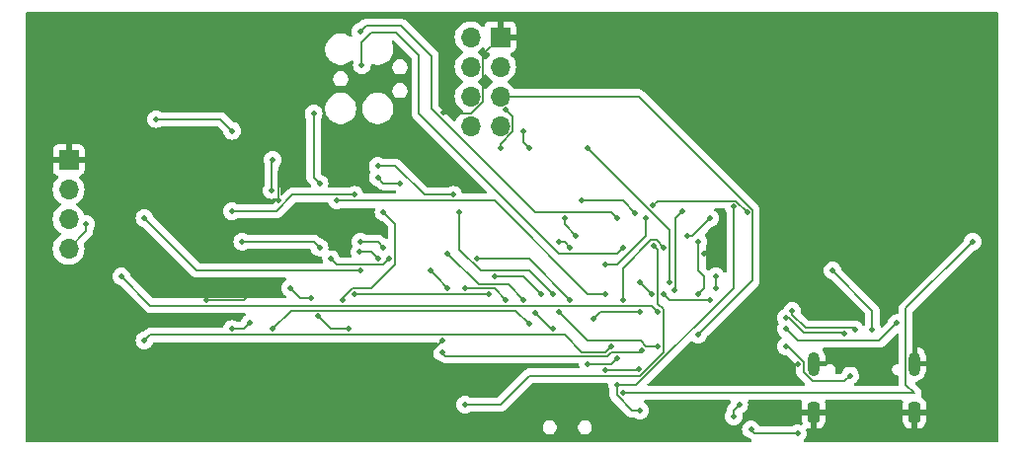
<source format=gbl>
G04 #@! TF.GenerationSoftware,KiCad,Pcbnew,8.0.1*
G04 #@! TF.CreationDate,2024-04-26T15:43:04-05:00*
G04 #@! TF.ProjectId,HCIPCB_ATSAMD21G18_template,48434950-4342-45f4-9154-53414d443231,rev?*
G04 #@! TF.SameCoordinates,Original*
G04 #@! TF.FileFunction,Copper,L2,Bot*
G04 #@! TF.FilePolarity,Positive*
%FSLAX46Y46*%
G04 Gerber Fmt 4.6, Leading zero omitted, Abs format (unit mm)*
G04 Created by KiCad (PCBNEW 8.0.1) date 2024-04-26 15:43:04*
%MOMM*%
%LPD*%
G01*
G04 APERTURE LIST*
G04 Aperture macros list*
%AMRoundRect*
0 Rectangle with rounded corners*
0 $1 Rounding radius*
0 $2 $3 $4 $5 $6 $7 $8 $9 X,Y pos of 4 corners*
0 Add a 4 corners polygon primitive as box body*
4,1,4,$2,$3,$4,$5,$6,$7,$8,$9,$2,$3,0*
0 Add four circle primitives for the rounded corners*
1,1,$1+$1,$2,$3*
1,1,$1+$1,$4,$5*
1,1,$1+$1,$6,$7*
1,1,$1+$1,$8,$9*
0 Add four rect primitives between the rounded corners*
20,1,$1+$1,$2,$3,$4,$5,0*
20,1,$1+$1,$4,$5,$6,$7,0*
20,1,$1+$1,$6,$7,$8,$9,0*
20,1,$1+$1,$8,$9,$2,$3,0*%
G04 Aperture macros list end*
G04 #@! TA.AperFunction,ComponentPad*
%ADD10R,1.700000X1.700000*%
G04 #@! TD*
G04 #@! TA.AperFunction,ComponentPad*
%ADD11O,1.700000X1.700000*%
G04 #@! TD*
G04 #@! TA.AperFunction,ComponentPad*
%ADD12O,1.000000X2.100000*%
G04 #@! TD*
G04 #@! TA.AperFunction,ComponentPad*
%ADD13RoundRect,0.250000X-0.250000X-0.650000X0.250000X-0.650000X0.250000X0.650000X-0.250000X0.650000X0*%
G04 #@! TD*
G04 #@! TA.AperFunction,ViaPad*
%ADD14C,0.500000*%
G04 #@! TD*
G04 #@! TA.AperFunction,Conductor*
%ADD15C,0.200000*%
G04 #@! TD*
G04 #@! TA.AperFunction,Conductor*
%ADD16C,0.152400*%
G04 #@! TD*
G04 APERTURE END LIST*
D10*
X131500000Y-77960000D03*
D11*
X128960000Y-77960000D03*
X131500000Y-80500000D03*
X128960000Y-80500000D03*
X131500000Y-83040000D03*
X128960000Y-83040000D03*
X131500000Y-85580000D03*
X128960000Y-85580000D03*
D10*
X94500000Y-88500000D03*
D11*
X94500000Y-91040000D03*
X94500000Y-93580000D03*
X94500000Y-96120000D03*
D12*
X158360000Y-105982500D03*
X167000000Y-105982500D03*
D13*
X158360000Y-110162500D03*
X167000000Y-110162500D03*
D14*
X138500000Y-92000000D03*
X143087290Y-93087290D03*
X159500000Y-99500000D03*
X157000000Y-106000000D03*
X156000000Y-106000000D03*
X112500000Y-92000000D03*
X106336550Y-100511130D03*
X126587290Y-84412710D03*
X126500000Y-104000000D03*
X157000000Y-92000000D03*
X149000000Y-96564500D03*
X113500000Y-88500000D03*
X119500000Y-86500000D03*
X161000000Y-95500000D03*
X110000000Y-100000000D03*
X123000000Y-85000000D03*
X125500000Y-107000000D03*
X149500000Y-95500000D03*
X159500000Y-100500000D03*
X137000000Y-93500000D03*
X138000000Y-95000000D03*
X153000000Y-111623000D03*
X157000000Y-111950000D03*
X152000000Y-109500000D03*
X151500000Y-110500000D03*
X144500000Y-100000000D03*
X149500000Y-100500000D03*
X145500000Y-100000000D03*
X143500000Y-99000000D03*
X165500000Y-102500000D03*
X156000000Y-103000000D03*
X136500000Y-95500000D03*
X137500000Y-96000000D03*
X151500000Y-92500000D03*
X141500000Y-107802000D03*
X143500000Y-110000000D03*
X111912710Y-91087290D03*
X112000000Y-88500000D03*
X118500000Y-103000000D03*
X113500000Y-99500000D03*
X115293645Y-100380935D03*
X115912710Y-101912710D03*
X108500000Y-103000000D03*
X110000000Y-102500000D03*
X161500000Y-107000000D03*
X156000000Y-104500000D03*
X156541096Y-101475410D03*
X161921593Y-103078407D03*
X161000000Y-103372999D03*
X155975410Y-102041096D03*
X160000000Y-98000000D03*
X163412710Y-103087290D03*
X142000000Y-96000000D03*
X119639969Y-80360031D03*
X128500000Y-109500000D03*
X144631041Y-95868959D03*
X118000000Y-100500000D03*
X121500000Y-93000000D03*
X141500000Y-93500000D03*
X119500000Y-77500000D03*
X140500000Y-97500000D03*
X152674580Y-93000000D03*
X144000000Y-93500000D03*
X144587290Y-92412710D03*
X172000000Y-95500000D03*
X142000000Y-108500000D03*
X145000000Y-101500000D03*
X99000000Y-98500000D03*
X119500000Y-98000000D03*
X128500000Y-99500000D03*
X101000000Y-93500000D03*
X132000000Y-100500000D03*
X139493441Y-102114499D03*
X96000000Y-94000000D03*
X143500000Y-101500000D03*
X133500000Y-86000000D03*
X139000000Y-87500000D03*
X134000000Y-87500000D03*
X146000000Y-99000000D03*
X148500000Y-95500000D03*
X148500000Y-100000000D03*
X122900000Y-90500000D03*
X131500000Y-87500000D03*
X121000000Y-90000000D03*
X131969555Y-84173602D03*
X122000000Y-97000000D03*
X137500000Y-100500000D03*
X129500000Y-97000000D03*
X117000000Y-97000000D03*
X112000000Y-103000000D03*
X134000000Y-102591499D03*
X127500000Y-91500000D03*
X121000000Y-89000000D03*
X128000000Y-93000000D03*
X136000000Y-100000000D03*
X139000000Y-106000000D03*
X141500000Y-105500000D03*
X119000000Y-100000000D03*
X130500000Y-100000000D03*
X140500000Y-100000000D03*
X115500000Y-84500000D03*
X117500000Y-92000000D03*
X116000000Y-90500000D03*
X141000000Y-104500000D03*
X101000000Y-104000000D03*
X121000000Y-97000000D03*
X116000000Y-96000000D03*
X119412710Y-96412710D03*
X126500000Y-105000000D03*
X125500000Y-98000000D03*
X109385500Y-95500000D03*
X143662710Y-104837290D03*
X127000000Y-99500000D03*
X121500000Y-96000000D03*
X127000000Y-96500000D03*
X119500000Y-95500000D03*
X143348176Y-106477242D03*
X140500000Y-106500000D03*
X133500000Y-100500000D03*
X134500000Y-101637499D03*
X136000000Y-103000000D03*
X148500000Y-103500000D03*
X131000000Y-98500000D03*
X135000000Y-100000000D03*
X145000000Y-104500000D03*
X136500000Y-101500000D03*
X119000000Y-91500000D03*
X108484792Y-92899607D03*
X102000000Y-85000000D03*
X108500000Y-86000000D03*
X142000000Y-100500000D03*
X147500000Y-95000000D03*
X145500000Y-96000000D03*
X149500000Y-93500000D03*
X150000000Y-99500000D03*
X150000000Y-98500000D03*
X147087290Y-92912710D03*
X146477000Y-99652239D03*
D15*
X138500000Y-92000000D02*
X142000000Y-92000000D01*
X142000000Y-92000000D02*
X143087290Y-93087290D01*
X126674580Y-84500000D02*
X129023109Y-84500000D01*
X159500000Y-99500000D02*
X159500000Y-100500000D01*
X112500000Y-92000000D02*
X112500000Y-89500000D01*
X161000000Y-95500000D02*
X158500000Y-93000000D01*
X109500000Y-100500000D02*
X110000000Y-100000000D01*
X106336550Y-100511130D02*
X106347680Y-100500000D01*
X112500000Y-89500000D02*
X113500000Y-88500000D01*
X158500000Y-93000000D02*
X157500000Y-92000000D01*
X156000000Y-106000000D02*
X157000000Y-106000000D01*
X126587290Y-84412710D02*
X126674580Y-84500000D01*
X157500000Y-92000000D02*
X157000000Y-92000000D01*
X125500000Y-105000000D02*
X126500000Y-104000000D01*
X149500000Y-96064500D02*
X149000000Y-96564500D01*
X119500000Y-86500000D02*
X121500000Y-86500000D01*
X121500000Y-86500000D02*
X123000000Y-85000000D01*
X130037000Y-83486109D02*
X130037000Y-79423000D01*
X129023109Y-84500000D02*
X130037000Y-83486109D01*
X149500000Y-95500000D02*
X149500000Y-96064500D01*
X130037000Y-79423000D02*
X131500000Y-77960000D01*
X125500000Y-107000000D02*
X125500000Y-105000000D01*
X106347680Y-100500000D02*
X109500000Y-100500000D01*
X137000000Y-93500000D02*
X137000000Y-94000000D01*
X137000000Y-94000000D02*
X138000000Y-95000000D01*
X151500000Y-110000000D02*
X152000000Y-109500000D01*
X157000000Y-111950000D02*
X153327000Y-111950000D01*
X153327000Y-111950000D02*
X153000000Y-111623000D01*
X151500000Y-110500000D02*
X151500000Y-110000000D01*
X157000000Y-104000000D02*
X156000000Y-103000000D01*
X145500000Y-100000000D02*
X146000000Y-100500000D01*
X165500000Y-102500000D02*
X164000000Y-104000000D01*
X164000000Y-104000000D02*
X157000000Y-104000000D01*
X143500000Y-99000000D02*
X144500000Y-100000000D01*
X146000000Y-100500000D02*
X149500000Y-100500000D01*
X136500000Y-95500000D02*
X137000000Y-95500000D01*
X137000000Y-95500000D02*
X137500000Y-96000000D01*
X141500000Y-107802000D02*
X141500000Y-108674580D01*
X142825420Y-110000000D02*
X143500000Y-110000000D01*
X141500000Y-108674580D02*
X142825420Y-110000000D01*
X151500000Y-99462448D02*
X151500000Y-92500000D01*
X141500000Y-107802000D02*
X143160448Y-107802000D01*
X143160448Y-107802000D02*
X151500000Y-99462448D01*
X111912710Y-91087290D02*
X111912710Y-88587290D01*
X111912710Y-88587290D02*
X112000000Y-88500000D01*
X115293645Y-100380935D02*
X114380935Y-100380935D01*
X114380935Y-100380935D02*
X113500000Y-99500000D01*
X117000000Y-103000000D02*
X118500000Y-103000000D01*
X115912710Y-101912710D02*
X117000000Y-103000000D01*
X109500000Y-103000000D02*
X110000000Y-102500000D01*
X108500000Y-103000000D02*
X109500000Y-103000000D01*
X157500000Y-105825420D02*
X157500000Y-106700633D01*
X156000000Y-104500000D02*
X156174580Y-104500000D01*
X157500000Y-106700633D02*
X158299367Y-107500000D01*
X158299367Y-107500000D02*
X161000000Y-107500000D01*
X156174580Y-104500000D02*
X157500000Y-105825420D01*
X161000000Y-107500000D02*
X161500000Y-107000000D01*
D16*
X161762985Y-102919799D02*
X157707168Y-102919799D01*
X157707168Y-102919799D02*
X156541096Y-101753727D01*
X156541096Y-101753727D02*
X156541096Y-101475410D01*
X161921593Y-103078407D02*
X161762985Y-102919799D01*
X157538832Y-103326201D02*
X156253727Y-102041096D01*
X160953202Y-103326201D02*
X157538832Y-103326201D01*
X156253727Y-102041096D02*
X155975410Y-102041096D01*
X161000000Y-103372999D02*
X160953202Y-103326201D01*
D15*
X160000000Y-98000000D02*
X163412710Y-101412710D01*
X163412710Y-101412710D02*
X163412710Y-103087290D01*
X141500000Y-96500000D02*
X142000000Y-96000000D01*
X128500000Y-88500000D02*
X136500000Y-96500000D01*
X119639969Y-80360031D02*
X119562550Y-80282612D01*
X122562550Y-77562550D02*
X124500000Y-79500000D01*
X119562550Y-80282612D02*
X119562550Y-78404589D01*
X119562550Y-78404589D02*
X120404589Y-77562550D01*
X141000000Y-96500000D02*
X141500000Y-96500000D01*
X136500000Y-96500000D02*
X141000000Y-96500000D01*
X124500000Y-84500000D02*
X128500000Y-88500000D01*
X124500000Y-79500000D02*
X124500000Y-84500000D01*
X120404589Y-77562550D02*
X122562550Y-77562550D01*
X122500000Y-94000000D02*
X121500000Y-93000000D01*
X118000000Y-100325420D02*
X118802420Y-99523000D01*
X145477000Y-101302420D02*
X145000000Y-100825420D01*
X145000000Y-100825420D02*
X145000000Y-96237918D01*
X118802420Y-99523000D02*
X120477000Y-99523000D01*
X118000000Y-100500000D02*
X118000000Y-100325420D01*
X131500000Y-109500000D02*
X134000000Y-107000000D01*
X134000000Y-107000000D02*
X143500000Y-107000000D01*
X120477000Y-99523000D02*
X122500000Y-97500000D01*
X145477000Y-105023000D02*
X145477000Y-101302420D01*
X143500000Y-107000000D02*
X145477000Y-105023000D01*
X122500000Y-97500000D02*
X122500000Y-94000000D01*
X145000000Y-96237918D02*
X144631041Y-95868959D01*
X128500000Y-109500000D02*
X131500000Y-109500000D01*
X125598000Y-79598000D02*
X125598000Y-84098000D01*
X125598000Y-84098000D02*
X134500000Y-93000000D01*
X120000000Y-77000000D02*
X123000000Y-77000000D01*
X123000000Y-77000000D02*
X125598000Y-79598000D01*
X134500000Y-93000000D02*
X141000000Y-93000000D01*
X119500000Y-77500000D02*
X120000000Y-77000000D01*
X141000000Y-93000000D02*
X141500000Y-93500000D01*
X152674580Y-93000000D02*
X151697580Y-92023000D01*
X144000000Y-95000000D02*
X144000000Y-93500000D01*
X140500000Y-97500000D02*
X141500000Y-97500000D01*
X151697580Y-92023000D02*
X144977000Y-92023000D01*
X141500000Y-97500000D02*
X144000000Y-95000000D01*
X144977000Y-92023000D02*
X144587290Y-92412710D01*
X142000000Y-108500000D02*
X152825420Y-108500000D01*
X166273000Y-101227000D02*
X172000000Y-95500000D01*
X152825420Y-108500000D02*
X167000000Y-108500000D01*
X166273000Y-107773000D02*
X166273000Y-101227000D01*
X167000000Y-108500000D02*
X166273000Y-107773000D01*
X99000000Y-98500000D02*
X101500000Y-101000000D01*
X101500000Y-101000000D02*
X144500000Y-101000000D01*
X144500000Y-101000000D02*
X145000000Y-101500000D01*
X96000000Y-94000000D02*
X96000000Y-94620000D01*
X101000000Y-93500000D02*
X105500000Y-98000000D01*
X96000000Y-94620000D02*
X94500000Y-96120000D01*
X140107940Y-101500000D02*
X143500000Y-101500000D01*
X128500000Y-99500000D02*
X131000000Y-99500000D01*
X139493441Y-102114499D02*
X140107940Y-101500000D01*
X131000000Y-99500000D02*
X132000000Y-100500000D01*
X105500000Y-98000000D02*
X119500000Y-98000000D01*
X139000000Y-87500000D02*
X146000000Y-94500000D01*
X133500000Y-86000000D02*
X133500000Y-87000000D01*
X133500000Y-87000000D02*
X134000000Y-87500000D01*
X146000000Y-94500000D02*
X146000000Y-99000000D01*
X148500000Y-95500000D02*
X148500000Y-98000000D01*
X149000000Y-99000000D02*
X149000000Y-99500000D01*
X149000000Y-98500000D02*
X149000000Y-99000000D01*
X149000000Y-99500000D02*
X148500000Y-100000000D01*
X148500000Y-98000000D02*
X149000000Y-98500000D01*
X122900000Y-90500000D02*
X121500000Y-90500000D01*
X132577000Y-86026109D02*
X131500000Y-87103109D01*
X131969555Y-84173602D02*
X132577000Y-84781047D01*
X132577000Y-84781047D02*
X132577000Y-86026109D01*
X121500000Y-90500000D02*
X121000000Y-90000000D01*
X131500000Y-87103109D02*
X131500000Y-87500000D01*
X122000000Y-97000000D02*
X121500000Y-97500000D01*
X134000000Y-97000000D02*
X137500000Y-100500000D01*
X121500000Y-97500000D02*
X117500000Y-97500000D01*
X129500000Y-97000000D02*
X134000000Y-97000000D01*
X117500000Y-97500000D02*
X117000000Y-97000000D01*
X134000000Y-102591499D02*
X132844211Y-101435710D01*
X132844211Y-101435710D02*
X113564290Y-101435710D01*
X113564290Y-101435710D02*
X112000000Y-103000000D01*
X133500000Y-98000000D02*
X134000000Y-98000000D01*
X121000000Y-89000000D02*
X122500000Y-89000000D01*
X125000000Y-91500000D02*
X127500000Y-91500000D01*
X134000000Y-98000000D02*
X136000000Y-100000000D01*
X129825420Y-98000000D02*
X133500000Y-98000000D01*
X122500000Y-89000000D02*
X125000000Y-91500000D01*
X128000000Y-96174580D02*
X129825420Y-98000000D01*
X128000000Y-93000000D02*
X128000000Y-96174580D01*
X119000000Y-100000000D02*
X130500000Y-100000000D01*
X141000000Y-106000000D02*
X141500000Y-105500000D01*
X139000000Y-106000000D02*
X141000000Y-106000000D01*
X139000000Y-100000000D02*
X131000000Y-92000000D01*
X115500000Y-84500000D02*
X115500000Y-90000000D01*
X131000000Y-92000000D02*
X117500000Y-92000000D01*
X115500000Y-90000000D02*
X116000000Y-90500000D01*
X140500000Y-100000000D02*
X139000000Y-100000000D01*
X140500000Y-105000000D02*
X141000000Y-104500000D01*
X101477000Y-103523000D02*
X137023000Y-103523000D01*
X101000000Y-104000000D02*
X101477000Y-103523000D01*
X137023000Y-103523000D02*
X138500000Y-105000000D01*
X138500000Y-105000000D02*
X140500000Y-105000000D01*
X126000000Y-98500000D02*
X127000000Y-99500000D01*
X140673000Y-105327000D02*
X126827000Y-105327000D01*
X143500000Y-105000000D02*
X141000000Y-105000000D01*
X125500000Y-98000000D02*
X126000000Y-98500000D01*
X143662710Y-104837290D02*
X143500000Y-105000000D01*
X119412710Y-96412710D02*
X120412710Y-96412710D01*
X120412710Y-96412710D02*
X121000000Y-97000000D01*
X115500000Y-95500000D02*
X116000000Y-96000000D01*
X109385500Y-95500000D02*
X115500000Y-95500000D01*
X126827000Y-105327000D02*
X126500000Y-105000000D01*
X141000000Y-105000000D02*
X140673000Y-105327000D01*
X132173000Y-99173000D02*
X133500000Y-100500000D01*
X135862501Y-103000000D02*
X136000000Y-103000000D01*
X143348176Y-106477242D02*
X143325418Y-106500000D01*
X121000000Y-95500000D02*
X119500000Y-95500000D01*
X121500000Y-96000000D02*
X121000000Y-95500000D01*
X127000000Y-96500000D02*
X129673000Y-99173000D01*
X134500000Y-101637499D02*
X135862501Y-103000000D01*
X143325418Y-106500000D02*
X140500000Y-106500000D01*
X129673000Y-99173000D02*
X132173000Y-99173000D01*
X153151580Y-98848420D02*
X148500000Y-103500000D01*
X153151580Y-92802420D02*
X153151580Y-98848420D01*
X131500000Y-83040000D02*
X143389160Y-83040000D01*
X143389160Y-83040000D02*
X153151580Y-92802420D01*
X131000000Y-98500000D02*
X133500000Y-98500000D01*
X139023000Y-104023000D02*
X143523000Y-104023000D01*
X113674580Y-91500000D02*
X112274973Y-92899607D01*
X119000000Y-91500000D02*
X113674580Y-91500000D01*
X143523000Y-104023000D02*
X144000000Y-104500000D01*
X136500000Y-101500000D02*
X139023000Y-104023000D01*
X112274973Y-92899607D02*
X108484792Y-92899607D01*
X144000000Y-104500000D02*
X145000000Y-104500000D01*
X133500000Y-98500000D02*
X135000000Y-100000000D01*
X107500000Y-85000000D02*
X108500000Y-86000000D01*
X102000000Y-85000000D02*
X107500000Y-85000000D01*
X142000000Y-97825420D02*
X142000000Y-100500000D01*
X149500000Y-93500000D02*
X148000000Y-95000000D01*
X148000000Y-95000000D02*
X147500000Y-95000000D01*
X144433461Y-95391959D02*
X142000000Y-97825420D01*
X145500000Y-96000000D02*
X144891959Y-95391959D01*
X144891959Y-95391959D02*
X144433461Y-95391959D01*
X150000000Y-99500000D02*
X150000000Y-98500000D01*
X146500000Y-93500000D02*
X147087290Y-92912710D01*
X146477000Y-99652239D02*
X146500000Y-99629239D01*
X146500000Y-99629239D02*
X146500000Y-93500000D01*
G04 #@! TA.AperFunction,Conductor*
G36*
X174142539Y-75820185D02*
G01*
X174188294Y-75872989D01*
X174199500Y-75924500D01*
X174199500Y-112575500D01*
X174179815Y-112642539D01*
X174127011Y-112688294D01*
X174075500Y-112699500D01*
X157622542Y-112699500D01*
X157555503Y-112679815D01*
X157509748Y-112627011D01*
X157499804Y-112557853D01*
X157528829Y-112494297D01*
X157534861Y-112487819D01*
X157554567Y-112468113D01*
X157596771Y-112425909D01*
X157687709Y-112281183D01*
X157744162Y-112119850D01*
X157744163Y-112119844D01*
X157763299Y-111950003D01*
X157763299Y-111949996D01*
X157744163Y-111780155D01*
X157744160Y-111780142D01*
X157709172Y-111680152D01*
X157705610Y-111610373D01*
X157740338Y-111549746D01*
X157802332Y-111517518D01*
X157865217Y-111521491D01*
X157957302Y-111552005D01*
X157957309Y-111552006D01*
X158060019Y-111562499D01*
X158109999Y-111562498D01*
X158110000Y-111562498D01*
X158110000Y-110729488D01*
X158119940Y-110746705D01*
X158175795Y-110802560D01*
X158244204Y-110842056D01*
X158320504Y-110862500D01*
X158399496Y-110862500D01*
X158475796Y-110842056D01*
X158544205Y-110802560D01*
X158600060Y-110746705D01*
X158610000Y-110729488D01*
X158610000Y-111562499D01*
X158659972Y-111562499D01*
X158659986Y-111562498D01*
X158762697Y-111552005D01*
X158929119Y-111496858D01*
X158929124Y-111496856D01*
X159078345Y-111404815D01*
X159202315Y-111280845D01*
X159294356Y-111131624D01*
X159294358Y-111131619D01*
X159349505Y-110965197D01*
X159349506Y-110965190D01*
X159359999Y-110862486D01*
X159360000Y-110862473D01*
X159360000Y-110412500D01*
X158660000Y-110412500D01*
X158660000Y-109912500D01*
X159359999Y-109912500D01*
X159359999Y-109462528D01*
X159359998Y-109462513D01*
X159349506Y-109359804D01*
X159320246Y-109271505D01*
X159317844Y-109201676D01*
X159353575Y-109141634D01*
X159416096Y-109110441D01*
X159437952Y-109108500D01*
X165922048Y-109108500D01*
X165989087Y-109128185D01*
X166034842Y-109180989D01*
X166044786Y-109250147D01*
X166039754Y-109271504D01*
X166010494Y-109359802D01*
X166010493Y-109359809D01*
X166000000Y-109462513D01*
X166000000Y-109912500D01*
X166700000Y-109912500D01*
X166700000Y-110412500D01*
X166000001Y-110412500D01*
X166000001Y-110862486D01*
X166010494Y-110965197D01*
X166065641Y-111131619D01*
X166065643Y-111131624D01*
X166157684Y-111280845D01*
X166281654Y-111404815D01*
X166430875Y-111496856D01*
X166430880Y-111496858D01*
X166597302Y-111552005D01*
X166597309Y-111552006D01*
X166700019Y-111562499D01*
X166749999Y-111562498D01*
X166750000Y-111562498D01*
X166750000Y-110729488D01*
X166759940Y-110746705D01*
X166815795Y-110802560D01*
X166884204Y-110842056D01*
X166960504Y-110862500D01*
X167039496Y-110862500D01*
X167115796Y-110842056D01*
X167184205Y-110802560D01*
X167240060Y-110746705D01*
X167250000Y-110729488D01*
X167250000Y-111562499D01*
X167299972Y-111562499D01*
X167299986Y-111562498D01*
X167402697Y-111552005D01*
X167569119Y-111496858D01*
X167569124Y-111496856D01*
X167718345Y-111404815D01*
X167842315Y-111280845D01*
X167934356Y-111131624D01*
X167934358Y-111131619D01*
X167989505Y-110965197D01*
X167989506Y-110965190D01*
X167999999Y-110862486D01*
X168000000Y-110862473D01*
X168000000Y-110412500D01*
X167300000Y-110412500D01*
X167300000Y-109912500D01*
X167999999Y-109912500D01*
X167999999Y-109462528D01*
X167999998Y-109462513D01*
X167989505Y-109359802D01*
X167934358Y-109193380D01*
X167934356Y-109193375D01*
X167842315Y-109044154D01*
X167718345Y-108920184D01*
X167624451Y-108862270D01*
X167577727Y-108810322D01*
X167566504Y-108741359D01*
X167569769Y-108724657D01*
X167608500Y-108580111D01*
X167608500Y-108419889D01*
X167567032Y-108265128D01*
X167567032Y-108265127D01*
X167486921Y-108126372D01*
X167091174Y-107730625D01*
X167057689Y-107669302D01*
X167062673Y-107599610D01*
X167104545Y-107543677D01*
X167154664Y-107521327D01*
X167291681Y-107494072D01*
X167291693Y-107494069D01*
X167473671Y-107418692D01*
X167473684Y-107418685D01*
X167637462Y-107309251D01*
X167637466Y-107309248D01*
X167776748Y-107169966D01*
X167776751Y-107169962D01*
X167886185Y-107006184D01*
X167886192Y-107006171D01*
X167961569Y-106824193D01*
X167961572Y-106824181D01*
X167999999Y-106630995D01*
X168000000Y-106630992D01*
X168000000Y-106232500D01*
X167300000Y-106232500D01*
X167300000Y-105732500D01*
X168000000Y-105732500D01*
X168000000Y-105334008D01*
X167999999Y-105334004D01*
X167961572Y-105140818D01*
X167961569Y-105140806D01*
X167886192Y-104958828D01*
X167886185Y-104958815D01*
X167776751Y-104795037D01*
X167776748Y-104795033D01*
X167637466Y-104655751D01*
X167637462Y-104655748D01*
X167473684Y-104546314D01*
X167473671Y-104546307D01*
X167291691Y-104470929D01*
X167291683Y-104470927D01*
X167250000Y-104462635D01*
X167250000Y-105265511D01*
X167240060Y-105248295D01*
X167184205Y-105192440D01*
X167115796Y-105152944D01*
X167039496Y-105132500D01*
X166960504Y-105132500D01*
X166884204Y-105152944D01*
X166881500Y-105154505D01*
X166881500Y-101530409D01*
X166901185Y-101463370D01*
X166917814Y-101442733D01*
X172078916Y-96281630D01*
X172140237Y-96248147D01*
X172152704Y-96246093D01*
X172169850Y-96244162D01*
X172331183Y-96187709D01*
X172475909Y-96096771D01*
X172596771Y-95975909D01*
X172687709Y-95831183D01*
X172744162Y-95669850D01*
X172744163Y-95669844D01*
X172763299Y-95500003D01*
X172763299Y-95499996D01*
X172744163Y-95330155D01*
X172744162Y-95330150D01*
X172737913Y-95312291D01*
X172687709Y-95168817D01*
X172596771Y-95024091D01*
X172475909Y-94903229D01*
X172475908Y-94903228D01*
X172331183Y-94812291D01*
X172169849Y-94755837D01*
X172169844Y-94755836D01*
X172000004Y-94736701D01*
X171999996Y-94736701D01*
X171830155Y-94755836D01*
X171830150Y-94755837D01*
X171668816Y-94812291D01*
X171524091Y-94903228D01*
X171403228Y-95024091D01*
X171312290Y-95168817D01*
X171255836Y-95330155D01*
X171253906Y-95347288D01*
X171226838Y-95411702D01*
X171218367Y-95421083D01*
X165786080Y-100853370D01*
X165786076Y-100853376D01*
X165705967Y-100992128D01*
X165705966Y-100992129D01*
X165693387Y-101039080D01*
X165693387Y-101039081D01*
X165664500Y-101146889D01*
X165664500Y-101616479D01*
X165644815Y-101683518D01*
X165592011Y-101729273D01*
X165526619Y-101739700D01*
X165519309Y-101738876D01*
X165500000Y-101736701D01*
X165499998Y-101736701D01*
X165499997Y-101736701D01*
X165499996Y-101736701D01*
X165330155Y-101755836D01*
X165330150Y-101755837D01*
X165168816Y-101812291D01*
X165024091Y-101903228D01*
X164903228Y-102024091D01*
X164812290Y-102168817D01*
X164755836Y-102330154D01*
X164753906Y-102347288D01*
X164726837Y-102411701D01*
X164718367Y-102421082D01*
X164313300Y-102826149D01*
X164251977Y-102859634D01*
X164182285Y-102854650D01*
X164126352Y-102812778D01*
X164108577Y-102779420D01*
X164100420Y-102756109D01*
X164092943Y-102744210D01*
X164050484Y-102676636D01*
X164040216Y-102660294D01*
X164021210Y-102594322D01*
X164021210Y-101332601D01*
X164021210Y-101332599D01*
X163979742Y-101177838D01*
X163946482Y-101120230D01*
X163946482Y-101120229D01*
X163899636Y-101039089D01*
X163899633Y-101039086D01*
X163899632Y-101039083D01*
X160781631Y-97921082D01*
X160748146Y-97859759D01*
X160746093Y-97847290D01*
X160744162Y-97830150D01*
X160687709Y-97668817D01*
X160596771Y-97524091D01*
X160475909Y-97403229D01*
X160475908Y-97403228D01*
X160331183Y-97312291D01*
X160169849Y-97255837D01*
X160169844Y-97255836D01*
X160000004Y-97236701D01*
X159999996Y-97236701D01*
X159830155Y-97255836D01*
X159830150Y-97255837D01*
X159668816Y-97312291D01*
X159524091Y-97403228D01*
X159403228Y-97524091D01*
X159312291Y-97668816D01*
X159255837Y-97830150D01*
X159255836Y-97830155D01*
X159236701Y-97999996D01*
X159236701Y-98000003D01*
X159255836Y-98169844D01*
X159255837Y-98169849D01*
X159312291Y-98331183D01*
X159368778Y-98421082D01*
X159403229Y-98475909D01*
X159524091Y-98596771D01*
X159668817Y-98687709D01*
X159830150Y-98744162D01*
X159847280Y-98746091D01*
X159911694Y-98773155D01*
X159921082Y-98781631D01*
X162767891Y-101628440D01*
X162801376Y-101689763D01*
X162804210Y-101716121D01*
X162804210Y-102594322D01*
X162785203Y-102660295D01*
X162774935Y-102676636D01*
X162722600Y-102722927D01*
X162653546Y-102733574D01*
X162589698Y-102705198D01*
X162564948Y-102676635D01*
X162518364Y-102602498D01*
X162397501Y-102481635D01*
X162252776Y-102390698D01*
X162091442Y-102334244D01*
X162091437Y-102334243D01*
X161921597Y-102315108D01*
X161921589Y-102315108D01*
X161751081Y-102334319D01*
X161737198Y-102335099D01*
X158000720Y-102335099D01*
X157933681Y-102315414D01*
X157913039Y-102298780D01*
X157324876Y-101710617D01*
X157291391Y-101649294D01*
X157289337Y-101609055D01*
X157304395Y-101475410D01*
X157303038Y-101463370D01*
X157285259Y-101305565D01*
X157285258Y-101305560D01*
X157265868Y-101250147D01*
X157228805Y-101144227D01*
X157137867Y-100999501D01*
X157017005Y-100878639D01*
X157017004Y-100878638D01*
X156872279Y-100787701D01*
X156710945Y-100731247D01*
X156710940Y-100731246D01*
X156541100Y-100712111D01*
X156541092Y-100712111D01*
X156371251Y-100731246D01*
X156371246Y-100731247D01*
X156209912Y-100787701D01*
X156065187Y-100878638D01*
X155944324Y-100999501D01*
X155853387Y-101144227D01*
X155818891Y-101242807D01*
X155778168Y-101299582D01*
X155742807Y-101318891D01*
X155644227Y-101353387D01*
X155499501Y-101444324D01*
X155378638Y-101565187D01*
X155287701Y-101709912D01*
X155231247Y-101871246D01*
X155231246Y-101871251D01*
X155212111Y-102041092D01*
X155212111Y-102041099D01*
X155231246Y-102210940D01*
X155231247Y-102210945D01*
X155287701Y-102372280D01*
X155351706Y-102474143D01*
X155370706Y-102541380D01*
X155351706Y-102606086D01*
X155312292Y-102668813D01*
X155255837Y-102830150D01*
X155255836Y-102830155D01*
X155236701Y-102999996D01*
X155236701Y-103000003D01*
X155255836Y-103169844D01*
X155255837Y-103169849D01*
X155312291Y-103331183D01*
X155403228Y-103475908D01*
X155524092Y-103596772D01*
X155524094Y-103596773D01*
X155600856Y-103645007D01*
X155647146Y-103697341D01*
X155657794Y-103766395D01*
X155629419Y-103830243D01*
X155600856Y-103854993D01*
X155524094Y-103903226D01*
X155524092Y-103903227D01*
X155403228Y-104024091D01*
X155312291Y-104168816D01*
X155255837Y-104330150D01*
X155255836Y-104330155D01*
X155236701Y-104499996D01*
X155236701Y-104500003D01*
X155255836Y-104669844D01*
X155255837Y-104669849D01*
X155299643Y-104795037D01*
X155312291Y-104831183D01*
X155403229Y-104975909D01*
X155524091Y-105096771D01*
X155668817Y-105187709D01*
X155830150Y-105244162D01*
X155830155Y-105244163D01*
X155905371Y-105252637D01*
X156000000Y-105263299D01*
X156010157Y-105262154D01*
X156078977Y-105274206D01*
X156111724Y-105297693D01*
X156855181Y-106041150D01*
X156888666Y-106102473D01*
X156891500Y-106128831D01*
X156891500Y-106780742D01*
X156932968Y-106935507D01*
X156973023Y-107004883D01*
X157013078Y-107074260D01*
X157013080Y-107074262D01*
X157618637Y-107679819D01*
X157652122Y-107741142D01*
X157647138Y-107810834D01*
X157605266Y-107866767D01*
X157539802Y-107891184D01*
X157530956Y-107891500D01*
X144230859Y-107891500D01*
X144163820Y-107871815D01*
X144118065Y-107819011D01*
X144108121Y-107749853D01*
X144137146Y-107686297D01*
X144143178Y-107679819D01*
X147787477Y-104035519D01*
X147848800Y-104002034D01*
X147918492Y-104007018D01*
X147962839Y-104035519D01*
X148024091Y-104096771D01*
X148168817Y-104187709D01*
X148308828Y-104236701D01*
X148330150Y-104244162D01*
X148330155Y-104244163D01*
X148499996Y-104263299D01*
X148500000Y-104263299D01*
X148500004Y-104263299D01*
X148669844Y-104244163D01*
X148669847Y-104244162D01*
X148669850Y-104244162D01*
X148831183Y-104187709D01*
X148975909Y-104096771D01*
X149096771Y-103975909D01*
X149187709Y-103831183D01*
X149244162Y-103669850D01*
X149246092Y-103652717D01*
X149273154Y-103588305D01*
X149281621Y-103578926D01*
X153638502Y-99222047D01*
X153718612Y-99083292D01*
X153740930Y-99000000D01*
X153760080Y-98928531D01*
X153760080Y-92722309D01*
X153718612Y-92567548D01*
X153665704Y-92475909D01*
X153638502Y-92428793D01*
X143762787Y-82553078D01*
X143624033Y-82472968D01*
X143546651Y-82452234D01*
X143546650Y-82452233D01*
X143490004Y-82437055D01*
X143469271Y-82431500D01*
X143469270Y-82431500D01*
X132792289Y-82431500D01*
X132725250Y-82411815D01*
X132688481Y-82375322D01*
X132575723Y-82202734D01*
X132575715Y-82202723D01*
X132423243Y-82037097D01*
X132423238Y-82037092D01*
X132245577Y-81898812D01*
X132245578Y-81898812D01*
X132245576Y-81898811D01*
X132209070Y-81879055D01*
X132159479Y-81829836D01*
X132144371Y-81761619D01*
X132168541Y-81696064D01*
X132209070Y-81660945D01*
X132209084Y-81660936D01*
X132245576Y-81641189D01*
X132423240Y-81502906D01*
X132562497Y-81351634D01*
X132575715Y-81337276D01*
X132575717Y-81337273D01*
X132575722Y-81337268D01*
X132698860Y-81148791D01*
X132789296Y-80942616D01*
X132844564Y-80724368D01*
X132845559Y-80712365D01*
X132863156Y-80500005D01*
X132863156Y-80499994D01*
X132844565Y-80275640D01*
X132844563Y-80275628D01*
X132841367Y-80263008D01*
X132789296Y-80057384D01*
X132698860Y-79851209D01*
X132682706Y-79826484D01*
X132614608Y-79722252D01*
X132575722Y-79662732D01*
X132424291Y-79498236D01*
X132393370Y-79435584D01*
X132401230Y-79366158D01*
X132445376Y-79312002D01*
X132472189Y-79298073D01*
X132592086Y-79253354D01*
X132592093Y-79253350D01*
X132707187Y-79167190D01*
X132707190Y-79167187D01*
X132793350Y-79052093D01*
X132793354Y-79052086D01*
X132843596Y-78917379D01*
X132843598Y-78917372D01*
X132849999Y-78857844D01*
X132850000Y-78857827D01*
X132850000Y-78210000D01*
X131933012Y-78210000D01*
X131965925Y-78152993D01*
X132000000Y-78025826D01*
X132000000Y-77894174D01*
X131965925Y-77767007D01*
X131933012Y-77710000D01*
X132850000Y-77710000D01*
X132850000Y-77062172D01*
X132849999Y-77062155D01*
X132843598Y-77002627D01*
X132843596Y-77002620D01*
X132793354Y-76867913D01*
X132793350Y-76867906D01*
X132707190Y-76752812D01*
X132707187Y-76752809D01*
X132592093Y-76666649D01*
X132592086Y-76666645D01*
X132457379Y-76616403D01*
X132457372Y-76616401D01*
X132397844Y-76610000D01*
X131750000Y-76610000D01*
X131750000Y-77526988D01*
X131692993Y-77494075D01*
X131565826Y-77460000D01*
X131434174Y-77460000D01*
X131307007Y-77494075D01*
X131250000Y-77526988D01*
X131250000Y-76610000D01*
X130602155Y-76610000D01*
X130542627Y-76616401D01*
X130542620Y-76616403D01*
X130407913Y-76666645D01*
X130407906Y-76666649D01*
X130292812Y-76752809D01*
X130292809Y-76752812D01*
X130206649Y-76867906D01*
X130206646Y-76867911D01*
X130160318Y-76992123D01*
X130118446Y-77048056D01*
X130052982Y-77072473D01*
X129984709Y-77057621D01*
X129952910Y-77032775D01*
X129883240Y-76957094D01*
X129705576Y-76818811D01*
X129705575Y-76818810D01*
X129705572Y-76818808D01*
X129507580Y-76711661D01*
X129507577Y-76711659D01*
X129507574Y-76711658D01*
X129507571Y-76711657D01*
X129507569Y-76711656D01*
X129294637Y-76638556D01*
X129072569Y-76601500D01*
X128847431Y-76601500D01*
X128625362Y-76638556D01*
X128412430Y-76711656D01*
X128412419Y-76711661D01*
X128214427Y-76818808D01*
X128214422Y-76818812D01*
X128036761Y-76957092D01*
X128036756Y-76957097D01*
X127884284Y-77122723D01*
X127884276Y-77122734D01*
X127761140Y-77311207D01*
X127670703Y-77517385D01*
X127615436Y-77735628D01*
X127615434Y-77735640D01*
X127596844Y-77959994D01*
X127596844Y-77960005D01*
X127615434Y-78184359D01*
X127615436Y-78184371D01*
X127670703Y-78402614D01*
X127761140Y-78608792D01*
X127884276Y-78797265D01*
X127884284Y-78797276D01*
X128004513Y-78927877D01*
X128036760Y-78962906D01*
X128214424Y-79101189D01*
X128214429Y-79101191D01*
X128214431Y-79101193D01*
X128250930Y-79120946D01*
X128300520Y-79170165D01*
X128315628Y-79238382D01*
X128291457Y-79303937D01*
X128250930Y-79339054D01*
X128214431Y-79358806D01*
X128214422Y-79358812D01*
X128036761Y-79497092D01*
X128036756Y-79497097D01*
X127884284Y-79662723D01*
X127884276Y-79662734D01*
X127761140Y-79851207D01*
X127670703Y-80057385D01*
X127615436Y-80275628D01*
X127615434Y-80275640D01*
X127596844Y-80499994D01*
X127596844Y-80500005D01*
X127615434Y-80724359D01*
X127615436Y-80724371D01*
X127670703Y-80942614D01*
X127761140Y-81148792D01*
X127884276Y-81337265D01*
X127884284Y-81337276D01*
X128036756Y-81502902D01*
X128036760Y-81502906D01*
X128214424Y-81641189D01*
X128214429Y-81641191D01*
X128214431Y-81641193D01*
X128250930Y-81660946D01*
X128300520Y-81710165D01*
X128315628Y-81778382D01*
X128291457Y-81843937D01*
X128250930Y-81879054D01*
X128214431Y-81898806D01*
X128214422Y-81898812D01*
X128036761Y-82037092D01*
X128036756Y-82037097D01*
X127884284Y-82202723D01*
X127884276Y-82202734D01*
X127761140Y-82391207D01*
X127670703Y-82597385D01*
X127615436Y-82815628D01*
X127615434Y-82815640D01*
X127596844Y-83039994D01*
X127596844Y-83040005D01*
X127615434Y-83264359D01*
X127615436Y-83264371D01*
X127670703Y-83482614D01*
X127761140Y-83688792D01*
X127884276Y-83877265D01*
X127884284Y-83877276D01*
X128016483Y-84020880D01*
X128036760Y-84042906D01*
X128214424Y-84181189D01*
X128214429Y-84181191D01*
X128214431Y-84181193D01*
X128250930Y-84200946D01*
X128300520Y-84250165D01*
X128315628Y-84318382D01*
X128291457Y-84383937D01*
X128250930Y-84419054D01*
X128214431Y-84438806D01*
X128214422Y-84438812D01*
X128036761Y-84577092D01*
X128036756Y-84577097D01*
X127884284Y-84742723D01*
X127884276Y-84742734D01*
X127761140Y-84931207D01*
X127690930Y-85091273D01*
X127645974Y-85144759D01*
X127579238Y-85165449D01*
X127511911Y-85146775D01*
X127489693Y-85129144D01*
X126242819Y-83882270D01*
X126209334Y-83820947D01*
X126206500Y-83794589D01*
X126206500Y-79517891D01*
X126206500Y-79517889D01*
X126165032Y-79363128D01*
X126162538Y-79358809D01*
X126084923Y-79224375D01*
X126084918Y-79224369D01*
X123373629Y-76513080D01*
X123373627Y-76513078D01*
X123234873Y-76432968D01*
X123157491Y-76412234D01*
X123157490Y-76412233D01*
X123100844Y-76397055D01*
X123080111Y-76391500D01*
X119919889Y-76391500D01*
X119765128Y-76432968D01*
X119765125Y-76432969D01*
X119626376Y-76513075D01*
X119626375Y-76513076D01*
X119421082Y-76718368D01*
X119359759Y-76751852D01*
X119347288Y-76753906D01*
X119330154Y-76755836D01*
X119168817Y-76812290D01*
X119024091Y-76903228D01*
X118903228Y-77024091D01*
X118812291Y-77168816D01*
X118755837Y-77330150D01*
X118755836Y-77330155D01*
X118736701Y-77499996D01*
X118736701Y-77500003D01*
X118755836Y-77669844D01*
X118755837Y-77669849D01*
X118790269Y-77768248D01*
X118793830Y-77838027D01*
X118759101Y-77898655D01*
X118697108Y-77930882D01*
X118627533Y-77924477D01*
X118600342Y-77909521D01*
X118526242Y-77855685D01*
X118526241Y-77855684D01*
X118526239Y-77855683D01*
X118432416Y-77807878D01*
X118338591Y-77760071D01*
X118138307Y-77694995D01*
X117979508Y-77669844D01*
X117930299Y-77662050D01*
X117719701Y-77662050D01*
X117670454Y-77669850D01*
X117511694Y-77694995D01*
X117511691Y-77694995D01*
X117311408Y-77760071D01*
X117123760Y-77855683D01*
X116953381Y-77979471D01*
X116804471Y-78128381D01*
X116680683Y-78298760D01*
X116585071Y-78486408D01*
X116519995Y-78686691D01*
X116519995Y-78686694D01*
X116519995Y-78686696D01*
X116487050Y-78894701D01*
X116487050Y-79105299D01*
X116496852Y-79167187D01*
X116519995Y-79313305D01*
X116519995Y-79313308D01*
X116585071Y-79513591D01*
X116585073Y-79513594D01*
X116680683Y-79701239D01*
X116804469Y-79871616D01*
X116953384Y-80020531D01*
X117123761Y-80144317D01*
X117268566Y-80218099D01*
X117311408Y-80239928D01*
X117511692Y-80305004D01*
X117511693Y-80305004D01*
X117511696Y-80305005D01*
X117719701Y-80337950D01*
X117719702Y-80337950D01*
X117930298Y-80337950D01*
X117930299Y-80337950D01*
X118138304Y-80305005D01*
X118138307Y-80305004D01*
X118138308Y-80305004D01*
X118338591Y-80239928D01*
X118338591Y-80239927D01*
X118338594Y-80239927D01*
X118526239Y-80144317D01*
X118696616Y-80020531D01*
X118710183Y-80006963D01*
X118771501Y-79973480D01*
X118841193Y-79978462D01*
X118897128Y-80020332D01*
X118921547Y-80085795D01*
X118914905Y-80135598D01*
X118895808Y-80190175D01*
X118895805Y-80190186D01*
X118876670Y-80360027D01*
X118876670Y-80360034D01*
X118895805Y-80529875D01*
X118895806Y-80529880D01*
X118952260Y-80691214D01*
X119039401Y-80829898D01*
X119043198Y-80835940D01*
X119164060Y-80956802D01*
X119308786Y-81047740D01*
X119447554Y-81096297D01*
X119470119Y-81104193D01*
X119470124Y-81104194D01*
X119639965Y-81123330D01*
X119639969Y-81123330D01*
X119639973Y-81123330D01*
X119809813Y-81104194D01*
X119809816Y-81104193D01*
X119809819Y-81104193D01*
X119971152Y-81047740D01*
X120115878Y-80956802D01*
X120236740Y-80835940D01*
X120327678Y-80691214D01*
X120363931Y-80587610D01*
X122259200Y-80587610D01*
X122284015Y-80712365D01*
X122284018Y-80712375D01*
X122332697Y-80829898D01*
X122332702Y-80829907D01*
X122403373Y-80935673D01*
X122403376Y-80935677D01*
X122493322Y-81025623D01*
X122493326Y-81025626D01*
X122599092Y-81096297D01*
X122599098Y-81096300D01*
X122599099Y-81096301D01*
X122716627Y-81144983D01*
X122841389Y-81169799D01*
X122841393Y-81169800D01*
X122841394Y-81169800D01*
X122968607Y-81169800D01*
X122968608Y-81169799D01*
X123093373Y-81144983D01*
X123210901Y-81096301D01*
X123316674Y-81025626D01*
X123406626Y-80935674D01*
X123477301Y-80829901D01*
X123525983Y-80712373D01*
X123550800Y-80587606D01*
X123550800Y-80460394D01*
X123525983Y-80335627D01*
X123477301Y-80218099D01*
X123477300Y-80218098D01*
X123477297Y-80218092D01*
X123406626Y-80112326D01*
X123406623Y-80112322D01*
X123316677Y-80022376D01*
X123316673Y-80022373D01*
X123210907Y-79951702D01*
X123210898Y-79951697D01*
X123093375Y-79903018D01*
X123093376Y-79903018D01*
X123093373Y-79903017D01*
X123093369Y-79903016D01*
X123093365Y-79903015D01*
X122968610Y-79878200D01*
X122968606Y-79878200D01*
X122841394Y-79878200D01*
X122841389Y-79878200D01*
X122716634Y-79903015D01*
X122716624Y-79903018D01*
X122599101Y-79951697D01*
X122599092Y-79951702D01*
X122493326Y-80022373D01*
X122493322Y-80022376D01*
X122403376Y-80112322D01*
X122403373Y-80112326D01*
X122332702Y-80218092D01*
X122332697Y-80218101D01*
X122284018Y-80335624D01*
X122284015Y-80335634D01*
X122259200Y-80460389D01*
X122259200Y-80587610D01*
X120363931Y-80587610D01*
X120384131Y-80529881D01*
X120387499Y-80499994D01*
X120402244Y-80369117D01*
X120429310Y-80304702D01*
X120486904Y-80265147D01*
X120556741Y-80263008D01*
X120563782Y-80265068D01*
X120656552Y-80295210D01*
X120686696Y-80305005D01*
X120894701Y-80337950D01*
X120894702Y-80337950D01*
X121105298Y-80337950D01*
X121105299Y-80337950D01*
X121313304Y-80305005D01*
X121313307Y-80305004D01*
X121313308Y-80305004D01*
X121513591Y-80239928D01*
X121513591Y-80239927D01*
X121513594Y-80239927D01*
X121701239Y-80144317D01*
X121871616Y-80020531D01*
X122020531Y-79871616D01*
X122144317Y-79701239D01*
X122239927Y-79513594D01*
X122244916Y-79498239D01*
X122305004Y-79313308D01*
X122305004Y-79313307D01*
X122305005Y-79313304D01*
X122337950Y-79105299D01*
X122337950Y-78894701D01*
X122305005Y-78686696D01*
X122305004Y-78686692D01*
X122305004Y-78686691D01*
X122239928Y-78486408D01*
X122194438Y-78397129D01*
X122181542Y-78328460D01*
X122207818Y-78263719D01*
X122264925Y-78223462D01*
X122334730Y-78220470D01*
X122392604Y-78253153D01*
X123855181Y-79715729D01*
X123888666Y-79777052D01*
X123891500Y-79803410D01*
X123891500Y-84580109D01*
X123932968Y-84734874D01*
X123973023Y-84804250D01*
X124013078Y-84873627D01*
X124013080Y-84873629D01*
X130319270Y-91179819D01*
X130352755Y-91241142D01*
X130347771Y-91310834D01*
X130305899Y-91366767D01*
X130240435Y-91391184D01*
X130231589Y-91391500D01*
X128353613Y-91391500D01*
X128286574Y-91371815D01*
X128240819Y-91319011D01*
X128236572Y-91308455D01*
X128187710Y-91168819D01*
X128123751Y-91067030D01*
X128096771Y-91024091D01*
X127975909Y-90903229D01*
X127975908Y-90903228D01*
X127831183Y-90812291D01*
X127669849Y-90755837D01*
X127669844Y-90755836D01*
X127500004Y-90736701D01*
X127499996Y-90736701D01*
X127330155Y-90755836D01*
X127330150Y-90755837D01*
X127168816Y-90812291D01*
X127100558Y-90855181D01*
X127074086Y-90871815D01*
X127073005Y-90872494D01*
X127007033Y-90891500D01*
X125303411Y-90891500D01*
X125236372Y-90871815D01*
X125215730Y-90855181D01*
X122873629Y-88513080D01*
X122873627Y-88513078D01*
X122804250Y-88473023D01*
X122734874Y-88432968D01*
X122623884Y-88403229D01*
X122623882Y-88403228D01*
X122580112Y-88391500D01*
X122580111Y-88391500D01*
X121492967Y-88391500D01*
X121426995Y-88372494D01*
X121331183Y-88312291D01*
X121169849Y-88255837D01*
X121169844Y-88255836D01*
X121000004Y-88236701D01*
X120999996Y-88236701D01*
X120830155Y-88255836D01*
X120830150Y-88255837D01*
X120668816Y-88312291D01*
X120524091Y-88403228D01*
X120403228Y-88524091D01*
X120312291Y-88668816D01*
X120255837Y-88830150D01*
X120255836Y-88830155D01*
X120236701Y-88999996D01*
X120236701Y-89000003D01*
X120255836Y-89169844D01*
X120255837Y-89169849D01*
X120312291Y-89331184D01*
X120376912Y-89434028D01*
X120395912Y-89501265D01*
X120376912Y-89565972D01*
X120312291Y-89668815D01*
X120255837Y-89830150D01*
X120255836Y-89830155D01*
X120236701Y-89999996D01*
X120236701Y-90000003D01*
X120255836Y-90169844D01*
X120255837Y-90169849D01*
X120312291Y-90331183D01*
X120338960Y-90373627D01*
X120403229Y-90475909D01*
X120524091Y-90596771D01*
X120668817Y-90687709D01*
X120830150Y-90744162D01*
X120847280Y-90746091D01*
X120911694Y-90773155D01*
X120921082Y-90781631D01*
X121126373Y-90986922D01*
X121190752Y-91024091D01*
X121265128Y-91067032D01*
X121419889Y-91108500D01*
X121419890Y-91108500D01*
X121580110Y-91108500D01*
X122407033Y-91108500D01*
X122473006Y-91127507D01*
X122528707Y-91162507D01*
X122574998Y-91214842D01*
X122585645Y-91283895D01*
X122557270Y-91347744D01*
X122498879Y-91386115D01*
X122462734Y-91391500D01*
X119853613Y-91391500D01*
X119786574Y-91371815D01*
X119740819Y-91319011D01*
X119736572Y-91308455D01*
X119687710Y-91168819D01*
X119623751Y-91067030D01*
X119596771Y-91024091D01*
X119475909Y-90903229D01*
X119475908Y-90903228D01*
X119331183Y-90812291D01*
X119169849Y-90755837D01*
X119169844Y-90755836D01*
X119000004Y-90736701D01*
X118999996Y-90736701D01*
X118830155Y-90755836D01*
X118830150Y-90755837D01*
X118668816Y-90812291D01*
X118600558Y-90855181D01*
X118574086Y-90871815D01*
X118573005Y-90872494D01*
X118507033Y-90891500D01*
X116841366Y-90891500D01*
X116774327Y-90871815D01*
X116728572Y-90819011D01*
X116718628Y-90749853D01*
X116724324Y-90726546D01*
X116744161Y-90669852D01*
X116744162Y-90669850D01*
X116746093Y-90652711D01*
X116763299Y-90500003D01*
X116763299Y-90499996D01*
X116744163Y-90330155D01*
X116744162Y-90330150D01*
X116699576Y-90202732D01*
X116687709Y-90168817D01*
X116596771Y-90024091D01*
X116475909Y-89903229D01*
X116475908Y-89903228D01*
X116331182Y-89812290D01*
X116220196Y-89773455D01*
X116191545Y-89763429D01*
X116134770Y-89722708D01*
X116109022Y-89657756D01*
X116108500Y-89646388D01*
X116108500Y-84992965D01*
X116127506Y-84926993D01*
X116187709Y-84831183D01*
X116244162Y-84669850D01*
X116244163Y-84669844D01*
X116263299Y-84500003D01*
X116263299Y-84499996D01*
X116244163Y-84330155D01*
X116244162Y-84330150D01*
X116237111Y-84310000D01*
X116193476Y-84185299D01*
X116487050Y-84185299D01*
X116495191Y-84236701D01*
X116519995Y-84393305D01*
X116519995Y-84393308D01*
X116585071Y-84593591D01*
X116657058Y-84734873D01*
X116680683Y-84781239D01*
X116804469Y-84951616D01*
X116953384Y-85100531D01*
X117123761Y-85224317D01*
X117223711Y-85275244D01*
X117311408Y-85319928D01*
X117511692Y-85385004D01*
X117511693Y-85385004D01*
X117511696Y-85385005D01*
X117719701Y-85417950D01*
X117719702Y-85417950D01*
X117930298Y-85417950D01*
X117930299Y-85417950D01*
X118138304Y-85385005D01*
X118138307Y-85385004D01*
X118138308Y-85385004D01*
X118338591Y-85319928D01*
X118338591Y-85319927D01*
X118338594Y-85319927D01*
X118526239Y-85224317D01*
X118696616Y-85100531D01*
X118845531Y-84951616D01*
X118969317Y-84781239D01*
X119064927Y-84593594D01*
X119091088Y-84513078D01*
X119130004Y-84393308D01*
X119130004Y-84393307D01*
X119130005Y-84393304D01*
X119162950Y-84185299D01*
X119662050Y-84185299D01*
X119670191Y-84236701D01*
X119694995Y-84393305D01*
X119694995Y-84393308D01*
X119760071Y-84593591D01*
X119832058Y-84734873D01*
X119855683Y-84781239D01*
X119979469Y-84951616D01*
X120128384Y-85100531D01*
X120298761Y-85224317D01*
X120398711Y-85275244D01*
X120486408Y-85319928D01*
X120686692Y-85385004D01*
X120686693Y-85385004D01*
X120686696Y-85385005D01*
X120894701Y-85417950D01*
X120894702Y-85417950D01*
X121105298Y-85417950D01*
X121105299Y-85417950D01*
X121313304Y-85385005D01*
X121313307Y-85385004D01*
X121313308Y-85385004D01*
X121513591Y-85319928D01*
X121513591Y-85319927D01*
X121513594Y-85319927D01*
X121701239Y-85224317D01*
X121871616Y-85100531D01*
X122020531Y-84951616D01*
X122144317Y-84781239D01*
X122239927Y-84593594D01*
X122266088Y-84513078D01*
X122305004Y-84393308D01*
X122305004Y-84393307D01*
X122305005Y-84393304D01*
X122337950Y-84185299D01*
X122337950Y-83974701D01*
X122305005Y-83766696D01*
X122305004Y-83766692D01*
X122305004Y-83766691D01*
X122239928Y-83566408D01*
X122144316Y-83378760D01*
X122020531Y-83208384D01*
X121871616Y-83059469D01*
X121701239Y-82935683D01*
X121556446Y-82861907D01*
X121513591Y-82840071D01*
X121313307Y-82774995D01*
X121119978Y-82744375D01*
X121105299Y-82742050D01*
X120894701Y-82742050D01*
X120880022Y-82744375D01*
X120686694Y-82774995D01*
X120686691Y-82774995D01*
X120486408Y-82840071D01*
X120298760Y-82935683D01*
X120128381Y-83059471D01*
X119979471Y-83208381D01*
X119855683Y-83378760D01*
X119760071Y-83566408D01*
X119694995Y-83766691D01*
X119694995Y-83766694D01*
X119682442Y-83845951D01*
X119662050Y-83974701D01*
X119662050Y-84185299D01*
X119162950Y-84185299D01*
X119162950Y-83974701D01*
X119130005Y-83766696D01*
X119130004Y-83766692D01*
X119130004Y-83766691D01*
X119064928Y-83566408D01*
X118969316Y-83378760D01*
X118845531Y-83208384D01*
X118696616Y-83059469D01*
X118526239Y-82935683D01*
X118381446Y-82861907D01*
X118338591Y-82840071D01*
X118138307Y-82774995D01*
X117944978Y-82744375D01*
X117930299Y-82742050D01*
X117719701Y-82742050D01*
X117705022Y-82744375D01*
X117511694Y-82774995D01*
X117511691Y-82774995D01*
X117311408Y-82840071D01*
X117123760Y-82935683D01*
X116953381Y-83059471D01*
X116804471Y-83208381D01*
X116680683Y-83378760D01*
X116585071Y-83566408D01*
X116519995Y-83766691D01*
X116519995Y-83766694D01*
X116507442Y-83845951D01*
X116487050Y-83974701D01*
X116487050Y-84185299D01*
X116193476Y-84185299D01*
X116187709Y-84168817D01*
X116096771Y-84024091D01*
X115975909Y-83903229D01*
X115975908Y-83903228D01*
X115831183Y-83812291D01*
X115669849Y-83755837D01*
X115669844Y-83755836D01*
X115500004Y-83736701D01*
X115499996Y-83736701D01*
X115330155Y-83755836D01*
X115330150Y-83755837D01*
X115168816Y-83812291D01*
X115024091Y-83903228D01*
X114903228Y-84024091D01*
X114812291Y-84168816D01*
X114755837Y-84330150D01*
X114755836Y-84330155D01*
X114736701Y-84499996D01*
X114736701Y-84500003D01*
X114755836Y-84669844D01*
X114755839Y-84669857D01*
X114811931Y-84830155D01*
X114812291Y-84831183D01*
X114872493Y-84926993D01*
X114891500Y-84992965D01*
X114891500Y-90080109D01*
X114932968Y-90234874D01*
X114973023Y-90304250D01*
X115013078Y-90373627D01*
X115013080Y-90373629D01*
X115218367Y-90578916D01*
X115251852Y-90640239D01*
X115253906Y-90652711D01*
X115255836Y-90669844D01*
X115275677Y-90726546D01*
X115279238Y-90796325D01*
X115244509Y-90856952D01*
X115182515Y-90889179D01*
X115158635Y-90891500D01*
X113594467Y-90891500D01*
X113550695Y-90903228D01*
X113550696Y-90903229D01*
X113439707Y-90932968D01*
X113439705Y-90932968D01*
X113439705Y-90932969D01*
X113300952Y-91013079D01*
X113300949Y-91013081D01*
X112825714Y-91488316D01*
X112764391Y-91521801D01*
X112694699Y-91516817D01*
X112638766Y-91474945D01*
X112614349Y-91409481D01*
X112620992Y-91359680D01*
X112656870Y-91257147D01*
X112656873Y-91257134D01*
X112676009Y-91087293D01*
X112676009Y-91087286D01*
X112656873Y-90917445D01*
X112656872Y-90917440D01*
X112635706Y-90856952D01*
X112600419Y-90756107D01*
X112600250Y-90755838D01*
X112540216Y-90660294D01*
X112521210Y-90594322D01*
X112521210Y-89102832D01*
X112540895Y-89035793D01*
X112557529Y-89015151D01*
X112572684Y-88999996D01*
X112596771Y-88975909D01*
X112687709Y-88831183D01*
X112744162Y-88669850D01*
X112744163Y-88669842D01*
X112763299Y-88500003D01*
X112763299Y-88499996D01*
X112744163Y-88330155D01*
X112744162Y-88330150D01*
X112727184Y-88281631D01*
X112687709Y-88168817D01*
X112596771Y-88024091D01*
X112475909Y-87903229D01*
X112475908Y-87903228D01*
X112331183Y-87812291D01*
X112169849Y-87755837D01*
X112169844Y-87755836D01*
X112000004Y-87736701D01*
X111999996Y-87736701D01*
X111830155Y-87755836D01*
X111830150Y-87755837D01*
X111668816Y-87812291D01*
X111524091Y-87903228D01*
X111403228Y-88024091D01*
X111312291Y-88168816D01*
X111255837Y-88330150D01*
X111255836Y-88330155D01*
X111236701Y-88499996D01*
X111236701Y-88500003D01*
X111255836Y-88669842D01*
X111255838Y-88669851D01*
X111297251Y-88788200D01*
X111304210Y-88829155D01*
X111304210Y-90594322D01*
X111285204Y-90660294D01*
X111225001Y-90756105D01*
X111168547Y-90917440D01*
X111168546Y-90917445D01*
X111149411Y-91087286D01*
X111149411Y-91087293D01*
X111168546Y-91257134D01*
X111168547Y-91257139D01*
X111225001Y-91418473D01*
X111291365Y-91524091D01*
X111315939Y-91563199D01*
X111436801Y-91684061D01*
X111581527Y-91774999D01*
X111729388Y-91826738D01*
X111742860Y-91831452D01*
X111742865Y-91831453D01*
X111912706Y-91850589D01*
X111912710Y-91850589D01*
X111912714Y-91850589D01*
X112082554Y-91831453D01*
X112082556Y-91831452D01*
X112082560Y-91831452D01*
X112082563Y-91831450D01*
X112082567Y-91831450D01*
X112185100Y-91795572D01*
X112254879Y-91792009D01*
X112315506Y-91826738D01*
X112347734Y-91888731D01*
X112341329Y-91958307D01*
X112313736Y-92000294D01*
X112059243Y-92254788D01*
X111997920Y-92288273D01*
X111971562Y-92291107D01*
X108977759Y-92291107D01*
X108911787Y-92272101D01*
X108815975Y-92211898D01*
X108654641Y-92155444D01*
X108654636Y-92155443D01*
X108484796Y-92136308D01*
X108484788Y-92136308D01*
X108314947Y-92155443D01*
X108314942Y-92155444D01*
X108153608Y-92211898D01*
X108008883Y-92302835D01*
X107888020Y-92423698D01*
X107797083Y-92568423D01*
X107740629Y-92729757D01*
X107740628Y-92729762D01*
X107721493Y-92899603D01*
X107721493Y-92899610D01*
X107740628Y-93069451D01*
X107740629Y-93069456D01*
X107797083Y-93230790D01*
X107878075Y-93359688D01*
X107888021Y-93375516D01*
X108008883Y-93496378D01*
X108153609Y-93587316D01*
X108265236Y-93626376D01*
X108314942Y-93643769D01*
X108314947Y-93643770D01*
X108484788Y-93662906D01*
X108484792Y-93662906D01*
X108484796Y-93662906D01*
X108654636Y-93643770D01*
X108654639Y-93643769D01*
X108654642Y-93643769D01*
X108815975Y-93587316D01*
X108911787Y-93527112D01*
X108977759Y-93508107D01*
X112355082Y-93508107D01*
X112355083Y-93508107D01*
X112355084Y-93508107D01*
X112475249Y-93475909D01*
X112509846Y-93466639D01*
X112648600Y-93386529D01*
X113890310Y-92144819D01*
X113951633Y-92111334D01*
X113977991Y-92108500D01*
X116646387Y-92108500D01*
X116713426Y-92128185D01*
X116759181Y-92180989D01*
X116763428Y-92191545D01*
X116812289Y-92331180D01*
X116879918Y-92438811D01*
X116903229Y-92475909D01*
X117024091Y-92596771D01*
X117168817Y-92687709D01*
X117308828Y-92736701D01*
X117330150Y-92744162D01*
X117330155Y-92744163D01*
X117499996Y-92763299D01*
X117500000Y-92763299D01*
X117500004Y-92763299D01*
X117669844Y-92744163D01*
X117669847Y-92744162D01*
X117669850Y-92744162D01*
X117831183Y-92687709D01*
X117926995Y-92627505D01*
X117992967Y-92608500D01*
X120658634Y-92608500D01*
X120725673Y-92628185D01*
X120771428Y-92680989D01*
X120781372Y-92750147D01*
X120775676Y-92773454D01*
X120755838Y-92830147D01*
X120755836Y-92830155D01*
X120736701Y-92999996D01*
X120736701Y-93000003D01*
X120755836Y-93169844D01*
X120755837Y-93169849D01*
X120812291Y-93331183D01*
X120897403Y-93466638D01*
X120903229Y-93475909D01*
X121024091Y-93596771D01*
X121168817Y-93687709D01*
X121330150Y-93744162D01*
X121347280Y-93746091D01*
X121411694Y-93773155D01*
X121421082Y-93781631D01*
X121855181Y-94215730D01*
X121888666Y-94277053D01*
X121891500Y-94303411D01*
X121891500Y-95158635D01*
X121871815Y-95225674D01*
X121819011Y-95271429D01*
X121749853Y-95281373D01*
X121726546Y-95275677D01*
X121669844Y-95255836D01*
X121652711Y-95253906D01*
X121588298Y-95226838D01*
X121578916Y-95218367D01*
X121373629Y-95013080D01*
X121373627Y-95013078D01*
X121234873Y-94932968D01*
X121157491Y-94912234D01*
X121157490Y-94912233D01*
X121097110Y-94896055D01*
X121080111Y-94891500D01*
X121080110Y-94891500D01*
X119992967Y-94891500D01*
X119926995Y-94872494D01*
X119898951Y-94854873D01*
X119831183Y-94812291D01*
X119823930Y-94809753D01*
X119669849Y-94755837D01*
X119669844Y-94755836D01*
X119500004Y-94736701D01*
X119499996Y-94736701D01*
X119330155Y-94755836D01*
X119330150Y-94755837D01*
X119168816Y-94812291D01*
X119024091Y-94903228D01*
X118903228Y-95024091D01*
X118812291Y-95168816D01*
X118755837Y-95330150D01*
X118755836Y-95330155D01*
X118736701Y-95499996D01*
X118736701Y-95500003D01*
X118755836Y-95669844D01*
X118755837Y-95669849D01*
X118812293Y-95831189D01*
X118812934Y-95832520D01*
X118813089Y-95833465D01*
X118814591Y-95837756D01*
X118813839Y-95838019D01*
X118824284Y-95901462D01*
X118806206Y-95952290D01*
X118725001Y-96081525D01*
X118668547Y-96242860D01*
X118668546Y-96242865D01*
X118649411Y-96412706D01*
X118649411Y-96412713D01*
X118668546Y-96582554D01*
X118668549Y-96582567D01*
X118718930Y-96726545D01*
X118722492Y-96796324D01*
X118687764Y-96856951D01*
X118625770Y-96889179D01*
X118601889Y-96891500D01*
X117853612Y-96891500D01*
X117786573Y-96871815D01*
X117740818Y-96819011D01*
X117736570Y-96808454D01*
X117722691Y-96768791D01*
X117687709Y-96668817D01*
X117596771Y-96524091D01*
X117475909Y-96403229D01*
X117475908Y-96403228D01*
X117331183Y-96312291D01*
X117169849Y-96255837D01*
X117169844Y-96255836D01*
X117000004Y-96236701D01*
X116999995Y-96236701D01*
X116887755Y-96249346D01*
X116818933Y-96237291D01*
X116767555Y-96189941D01*
X116749931Y-96122331D01*
X116750653Y-96112243D01*
X116763299Y-96000003D01*
X116763299Y-95999996D01*
X116744163Y-95830155D01*
X116744162Y-95830150D01*
X116727094Y-95781372D01*
X116687709Y-95668817D01*
X116596771Y-95524091D01*
X116475909Y-95403229D01*
X116475908Y-95403228D01*
X116331182Y-95312290D01*
X116169844Y-95255836D01*
X116152711Y-95253906D01*
X116088298Y-95226838D01*
X116078916Y-95218367D01*
X115873629Y-95013080D01*
X115873627Y-95013078D01*
X115734873Y-94932968D01*
X115657491Y-94912234D01*
X115657490Y-94912233D01*
X115597110Y-94896055D01*
X115580111Y-94891500D01*
X115580110Y-94891500D01*
X109878467Y-94891500D01*
X109812495Y-94872494D01*
X109784451Y-94854873D01*
X109716683Y-94812291D01*
X109709430Y-94809753D01*
X109555349Y-94755837D01*
X109555344Y-94755836D01*
X109385504Y-94736701D01*
X109385496Y-94736701D01*
X109215655Y-94755836D01*
X109215650Y-94755837D01*
X109054316Y-94812291D01*
X108909591Y-94903228D01*
X108788728Y-95024091D01*
X108697791Y-95168816D01*
X108641337Y-95330150D01*
X108641336Y-95330155D01*
X108622201Y-95499996D01*
X108622201Y-95500003D01*
X108641336Y-95669844D01*
X108641337Y-95669849D01*
X108697791Y-95831183D01*
X108776999Y-95957242D01*
X108788729Y-95975909D01*
X108909591Y-96096771D01*
X109054317Y-96187709D01*
X109194328Y-96236701D01*
X109215650Y-96244162D01*
X109215655Y-96244163D01*
X109385496Y-96263299D01*
X109385500Y-96263299D01*
X109385504Y-96263299D01*
X109555344Y-96244163D01*
X109555347Y-96244162D01*
X109555350Y-96244162D01*
X109716683Y-96187709D01*
X109812495Y-96127505D01*
X109878467Y-96108500D01*
X115146388Y-96108500D01*
X115213427Y-96128185D01*
X115259182Y-96180989D01*
X115263430Y-96191546D01*
X115312290Y-96331182D01*
X115376324Y-96433090D01*
X115403229Y-96475909D01*
X115524091Y-96596771D01*
X115668817Y-96687709D01*
X115779804Y-96726545D01*
X115830150Y-96744162D01*
X115830155Y-96744163D01*
X115999996Y-96763299D01*
X116000000Y-96763299D01*
X116000004Y-96763299D01*
X116112243Y-96750653D01*
X116181065Y-96762708D01*
X116232444Y-96810057D01*
X116250068Y-96877667D01*
X116249346Y-96887755D01*
X116236701Y-96999994D01*
X116236701Y-97000003D01*
X116255836Y-97169844D01*
X116255838Y-97169852D01*
X116275676Y-97226546D01*
X116279237Y-97296325D01*
X116244508Y-97356952D01*
X116182514Y-97389179D01*
X116158634Y-97391500D01*
X105803410Y-97391500D01*
X105736371Y-97371815D01*
X105715729Y-97355181D01*
X103750950Y-95390402D01*
X101781631Y-93421082D01*
X101748146Y-93359759D01*
X101746093Y-93347288D01*
X101744162Y-93330150D01*
X101687709Y-93168817D01*
X101596771Y-93024091D01*
X101475909Y-92903229D01*
X101475908Y-92903228D01*
X101331183Y-92812291D01*
X101169849Y-92755837D01*
X101169844Y-92755836D01*
X101000004Y-92736701D01*
X100999996Y-92736701D01*
X100830155Y-92755836D01*
X100830150Y-92755837D01*
X100668816Y-92812291D01*
X100524091Y-92903228D01*
X100403228Y-93024091D01*
X100312291Y-93168816D01*
X100255837Y-93330150D01*
X100255836Y-93330155D01*
X100236701Y-93499996D01*
X100236701Y-93500003D01*
X100255836Y-93669844D01*
X100255837Y-93669849D01*
X100312291Y-93831183D01*
X100398918Y-93969049D01*
X100403229Y-93975909D01*
X100524091Y-94096771D01*
X100668817Y-94187709D01*
X100830150Y-94244162D01*
X100847280Y-94246091D01*
X100911694Y-94273155D01*
X100921082Y-94281631D01*
X105008738Y-98369286D01*
X105008748Y-98369297D01*
X105013078Y-98373627D01*
X105013079Y-98373628D01*
X105126372Y-98486921D01*
X105171677Y-98513078D01*
X105265127Y-98567032D01*
X105342508Y-98587766D01*
X105419889Y-98608500D01*
X105419890Y-98608500D01*
X105580110Y-98608500D01*
X113062734Y-98608500D01*
X113129773Y-98628185D01*
X113175528Y-98680989D01*
X113185472Y-98750147D01*
X113156447Y-98813703D01*
X113128706Y-98837493D01*
X113024097Y-98903223D01*
X113024092Y-98903227D01*
X112903228Y-99024091D01*
X112812291Y-99168816D01*
X112755837Y-99330150D01*
X112755836Y-99330155D01*
X112736701Y-99499996D01*
X112736701Y-99500003D01*
X112755836Y-99669844D01*
X112755837Y-99669849D01*
X112812291Y-99831183D01*
X112903228Y-99975908D01*
X113024092Y-100096772D01*
X113024097Y-100096776D01*
X113128706Y-100162507D01*
X113174997Y-100214841D01*
X113185645Y-100283895D01*
X113157270Y-100347743D01*
X113098880Y-100386115D01*
X113062734Y-100391500D01*
X101803411Y-100391500D01*
X101736372Y-100371815D01*
X101715730Y-100355181D01*
X99781631Y-98421082D01*
X99748146Y-98359759D01*
X99746093Y-98347290D01*
X99744162Y-98330150D01*
X99687709Y-98168817D01*
X99596771Y-98024091D01*
X99475909Y-97903229D01*
X99475908Y-97903228D01*
X99331183Y-97812291D01*
X99169849Y-97755837D01*
X99169844Y-97755836D01*
X99000004Y-97736701D01*
X98999996Y-97736701D01*
X98830155Y-97755836D01*
X98830150Y-97755837D01*
X98668816Y-97812291D01*
X98524091Y-97903228D01*
X98403228Y-98024091D01*
X98312291Y-98168816D01*
X98255837Y-98330150D01*
X98255836Y-98330155D01*
X98236701Y-98499996D01*
X98236701Y-98500003D01*
X98255836Y-98669844D01*
X98255837Y-98669849D01*
X98312291Y-98831183D01*
X98391499Y-98957242D01*
X98403229Y-98975909D01*
X98524091Y-99096771D01*
X98668817Y-99187709D01*
X98830150Y-99244162D01*
X98847280Y-99246091D01*
X98911694Y-99273155D01*
X98921082Y-99281631D01*
X101126373Y-101486922D01*
X101265127Y-101567032D01*
X101319224Y-101581527D01*
X101419889Y-101608500D01*
X101419890Y-101608500D01*
X101580110Y-101608500D01*
X109562734Y-101608500D01*
X109629773Y-101628185D01*
X109675528Y-101680989D01*
X109685472Y-101750147D01*
X109656447Y-101813703D01*
X109628706Y-101837493D01*
X109524097Y-101903223D01*
X109524092Y-101903227D01*
X109403228Y-102024091D01*
X109312290Y-102168817D01*
X109263430Y-102308454D01*
X109222708Y-102365230D01*
X109157756Y-102390978D01*
X109146388Y-102391500D01*
X108992967Y-102391500D01*
X108926995Y-102372494D01*
X108926654Y-102372280D01*
X108831183Y-102312291D01*
X108792571Y-102298780D01*
X108669849Y-102255837D01*
X108669844Y-102255836D01*
X108500004Y-102236701D01*
X108499996Y-102236701D01*
X108330155Y-102255836D01*
X108330150Y-102255837D01*
X108168816Y-102312291D01*
X108024091Y-102403228D01*
X107903228Y-102524091D01*
X107812290Y-102668817D01*
X107755382Y-102831454D01*
X107714660Y-102888230D01*
X107649708Y-102913978D01*
X107638340Y-102914500D01*
X101396889Y-102914500D01*
X101242128Y-102955968D01*
X101242125Y-102955969D01*
X101103376Y-103036075D01*
X101103375Y-103036076D01*
X100921082Y-103218368D01*
X100859758Y-103251852D01*
X100847288Y-103253906D01*
X100830154Y-103255836D01*
X100668817Y-103312290D01*
X100524091Y-103403228D01*
X100403228Y-103524091D01*
X100312291Y-103668816D01*
X100255837Y-103830150D01*
X100255836Y-103830155D01*
X100236701Y-103999996D01*
X100236701Y-104000003D01*
X100255836Y-104169844D01*
X100255837Y-104169849D01*
X100312291Y-104331183D01*
X100400099Y-104470929D01*
X100403229Y-104475909D01*
X100524091Y-104596771D01*
X100668817Y-104687709D01*
X100830150Y-104744162D01*
X100830155Y-104744163D01*
X100999996Y-104763299D01*
X101000000Y-104763299D01*
X101000004Y-104763299D01*
X101169844Y-104744163D01*
X101169847Y-104744162D01*
X101169850Y-104744162D01*
X101331183Y-104687709D01*
X101475909Y-104596771D01*
X101596771Y-104475909D01*
X101687709Y-104331183D01*
X101728522Y-104214545D01*
X101769244Y-104157770D01*
X101834196Y-104132022D01*
X101845564Y-104131500D01*
X126026130Y-104131500D01*
X126093169Y-104151185D01*
X126138924Y-104203989D01*
X126148868Y-104273147D01*
X126119843Y-104336703D01*
X126092103Y-104360493D01*
X126024094Y-104403226D01*
X126024092Y-104403227D01*
X125903228Y-104524091D01*
X125812291Y-104668816D01*
X125755837Y-104830150D01*
X125755836Y-104830155D01*
X125736701Y-104999996D01*
X125736701Y-105000003D01*
X125755836Y-105169844D01*
X125755837Y-105169849D01*
X125812291Y-105331183D01*
X125888075Y-105451793D01*
X125903229Y-105475909D01*
X126024091Y-105596771D01*
X126168817Y-105687709D01*
X126330150Y-105744162D01*
X126347280Y-105746091D01*
X126411694Y-105773155D01*
X126421082Y-105781631D01*
X126453373Y-105813922D01*
X126568640Y-105880471D01*
X126587742Y-105891500D01*
X126592128Y-105894032D01*
X126746889Y-105935500D01*
X126746890Y-105935500D01*
X126907110Y-105935500D01*
X138118620Y-105935500D01*
X138185659Y-105955185D01*
X138231414Y-106007989D01*
X138241840Y-106045617D01*
X138255836Y-106169844D01*
X138255838Y-106169852D01*
X138275676Y-106226546D01*
X138279237Y-106296325D01*
X138244508Y-106356952D01*
X138182514Y-106389179D01*
X138158634Y-106391500D01*
X133919887Y-106391500D01*
X133876115Y-106403228D01*
X133876116Y-106403229D01*
X133765127Y-106432968D01*
X133765125Y-106432968D01*
X133765125Y-106432969D01*
X133626373Y-106513078D01*
X133626370Y-106513080D01*
X131284270Y-108855181D01*
X131222947Y-108888666D01*
X131196589Y-108891500D01*
X128992967Y-108891500D01*
X128926995Y-108872494D01*
X128831183Y-108812291D01*
X128669849Y-108755837D01*
X128669844Y-108755836D01*
X128500004Y-108736701D01*
X128499996Y-108736701D01*
X128330155Y-108755836D01*
X128330150Y-108755837D01*
X128168816Y-108812291D01*
X128024091Y-108903228D01*
X127903228Y-109024091D01*
X127812291Y-109168816D01*
X127755837Y-109330150D01*
X127755836Y-109330155D01*
X127736701Y-109499996D01*
X127736701Y-109500003D01*
X127755836Y-109669844D01*
X127755837Y-109669849D01*
X127789177Y-109765127D01*
X127812291Y-109831183D01*
X127903229Y-109975909D01*
X128024091Y-110096771D01*
X128168817Y-110187709D01*
X128330150Y-110244162D01*
X128330155Y-110244163D01*
X128499996Y-110263299D01*
X128500000Y-110263299D01*
X128500004Y-110263299D01*
X128669844Y-110244163D01*
X128669847Y-110244162D01*
X128669850Y-110244162D01*
X128831183Y-110187709D01*
X128926995Y-110127505D01*
X128992967Y-110108500D01*
X131580109Y-110108500D01*
X131580110Y-110108500D01*
X131580111Y-110108500D01*
X131657491Y-110087766D01*
X131734873Y-110067032D01*
X131873627Y-109986922D01*
X134215730Y-107644819D01*
X134277053Y-107611334D01*
X134303411Y-107608500D01*
X140619747Y-107608500D01*
X140686786Y-107628185D01*
X140732541Y-107680989D01*
X140742967Y-107746383D01*
X140736701Y-107801996D01*
X140736701Y-107802003D01*
X140755836Y-107971844D01*
X140755839Y-107971857D01*
X140812290Y-108133181D01*
X140812291Y-108133183D01*
X140872493Y-108228993D01*
X140891500Y-108294965D01*
X140891500Y-108754691D01*
X140905856Y-108808268D01*
X140932968Y-108909453D01*
X141013078Y-109048207D01*
X142451793Y-110486922D01*
X142590547Y-110567032D01*
X142667928Y-110587766D01*
X142745309Y-110608500D01*
X142745310Y-110608500D01*
X142905530Y-110608500D01*
X143007033Y-110608500D01*
X143073004Y-110627505D01*
X143168817Y-110687709D01*
X143330150Y-110744162D01*
X143330155Y-110744163D01*
X143499996Y-110763299D01*
X143500000Y-110763299D01*
X143500004Y-110763299D01*
X143669844Y-110744163D01*
X143669847Y-110744162D01*
X143669850Y-110744162D01*
X143831183Y-110687709D01*
X143975909Y-110596771D01*
X144096771Y-110475909D01*
X144187709Y-110331183D01*
X144244162Y-110169850D01*
X144244163Y-110169844D01*
X144263299Y-110000003D01*
X144263299Y-109999996D01*
X144244163Y-109830155D01*
X144244162Y-109830150D01*
X144187709Y-109668817D01*
X144096771Y-109524091D01*
X143975909Y-109403229D01*
X143975907Y-109403227D01*
X143975902Y-109403223D01*
X143871294Y-109337493D01*
X143825003Y-109285159D01*
X143814355Y-109216105D01*
X143842730Y-109152257D01*
X143901120Y-109113885D01*
X143937266Y-109108500D01*
X151158635Y-109108500D01*
X151225674Y-109128185D01*
X151271429Y-109180989D01*
X151281373Y-109250147D01*
X151275677Y-109273454D01*
X151255836Y-109330154D01*
X151253906Y-109347288D01*
X151226837Y-109411701D01*
X151218368Y-109421082D01*
X151013077Y-109626374D01*
X151013076Y-109626376D01*
X150932967Y-109765126D01*
X150932968Y-109765126D01*
X150932968Y-109765127D01*
X150891500Y-109919889D01*
X150891500Y-110007032D01*
X150872494Y-110073004D01*
X150812291Y-110168815D01*
X150755837Y-110330150D01*
X150755836Y-110330155D01*
X150736701Y-110499996D01*
X150736701Y-110500003D01*
X150755836Y-110669844D01*
X150755837Y-110669849D01*
X150812291Y-110831183D01*
X150896493Y-110965190D01*
X150903229Y-110975909D01*
X151024091Y-111096771D01*
X151168817Y-111187709D01*
X151330150Y-111244162D01*
X151330155Y-111244163D01*
X151499996Y-111263299D01*
X151500000Y-111263299D01*
X151500004Y-111263299D01*
X151669844Y-111244163D01*
X151669847Y-111244162D01*
X151669850Y-111244162D01*
X151831183Y-111187709D01*
X151975909Y-111096771D01*
X152096771Y-110975909D01*
X152187709Y-110831183D01*
X152244162Y-110669850D01*
X152248933Y-110627506D01*
X152263299Y-110500003D01*
X152263299Y-110499996D01*
X152243383Y-110323230D01*
X152245862Y-110322950D01*
X152249409Y-110264775D01*
X152290689Y-110208404D01*
X152325087Y-110189842D01*
X152331183Y-110187709D01*
X152475909Y-110096771D01*
X152596771Y-109975909D01*
X152687709Y-109831183D01*
X152744162Y-109669850D01*
X152744163Y-109669844D01*
X152763299Y-109500003D01*
X152763299Y-109499996D01*
X152744163Y-109330155D01*
X152744161Y-109330147D01*
X152724324Y-109273454D01*
X152720763Y-109203675D01*
X152755492Y-109143048D01*
X152817486Y-109110821D01*
X152841366Y-109108500D01*
X157282048Y-109108500D01*
X157349087Y-109128185D01*
X157394842Y-109180989D01*
X157404786Y-109250147D01*
X157399754Y-109271504D01*
X157370494Y-109359802D01*
X157370493Y-109359809D01*
X157360000Y-109462513D01*
X157360000Y-109912500D01*
X158060000Y-109912500D01*
X158060000Y-110412500D01*
X157360001Y-110412500D01*
X157360001Y-110862486D01*
X157370494Y-110965197D01*
X157407709Y-111077504D01*
X157410111Y-111147332D01*
X157374379Y-111207374D01*
X157311859Y-111238567D01*
X157249049Y-111233550D01*
X157169852Y-111205838D01*
X157169844Y-111205836D01*
X157000004Y-111186701D01*
X156999996Y-111186701D01*
X156830155Y-111205836D01*
X156830150Y-111205837D01*
X156668816Y-111262291D01*
X156590319Y-111311614D01*
X156574086Y-111321815D01*
X156573005Y-111322494D01*
X156507033Y-111341500D01*
X153787460Y-111341500D01*
X153720421Y-111321815D01*
X153682466Y-111283472D01*
X153596771Y-111147091D01*
X153475908Y-111026228D01*
X153331183Y-110935291D01*
X153169849Y-110878837D01*
X153169844Y-110878836D01*
X153000004Y-110859701D01*
X152999996Y-110859701D01*
X152830155Y-110878836D01*
X152830150Y-110878837D01*
X152668816Y-110935291D01*
X152524091Y-111026228D01*
X152403228Y-111147091D01*
X152312291Y-111291816D01*
X152255837Y-111453150D01*
X152255836Y-111453155D01*
X152236701Y-111622996D01*
X152236701Y-111623003D01*
X152255836Y-111792844D01*
X152255837Y-111792849D01*
X152312291Y-111954183D01*
X152370508Y-112046835D01*
X152403229Y-112098909D01*
X152524091Y-112219771D01*
X152668817Y-112310709D01*
X152830150Y-112367162D01*
X152847280Y-112369091D01*
X152911694Y-112396155D01*
X152921082Y-112404631D01*
X152953373Y-112436922D01*
X153007398Y-112468113D01*
X153055614Y-112518680D01*
X153068836Y-112587287D01*
X153042868Y-112652152D01*
X152985954Y-112692680D01*
X152945398Y-112699500D01*
X90924500Y-112699500D01*
X90857461Y-112679815D01*
X90811706Y-112627011D01*
X90800500Y-112575500D01*
X90800500Y-111525391D01*
X135149500Y-111525391D01*
X135190423Y-111678118D01*
X135190426Y-111678125D01*
X135269475Y-111815044D01*
X135269479Y-111815049D01*
X135269480Y-111815051D01*
X135381284Y-111926855D01*
X135381286Y-111926856D01*
X135381290Y-111926859D01*
X135518209Y-112005908D01*
X135518216Y-112005912D01*
X135670943Y-112046835D01*
X135670945Y-112046835D01*
X135829055Y-112046835D01*
X135829057Y-112046835D01*
X135981784Y-112005912D01*
X136118716Y-111926855D01*
X136230520Y-111815051D01*
X136309577Y-111678119D01*
X136350500Y-111525392D01*
X136350500Y-111525391D01*
X138149500Y-111525391D01*
X138190423Y-111678118D01*
X138190426Y-111678125D01*
X138269475Y-111815044D01*
X138269479Y-111815049D01*
X138269480Y-111815051D01*
X138381284Y-111926855D01*
X138381286Y-111926856D01*
X138381290Y-111926859D01*
X138518209Y-112005908D01*
X138518216Y-112005912D01*
X138670943Y-112046835D01*
X138670945Y-112046835D01*
X138829055Y-112046835D01*
X138829057Y-112046835D01*
X138981784Y-112005912D01*
X139118716Y-111926855D01*
X139230520Y-111815051D01*
X139309577Y-111678119D01*
X139350500Y-111525392D01*
X139350500Y-111367278D01*
X139309577Y-111214551D01*
X139304546Y-111205837D01*
X139230524Y-111077625D01*
X139230518Y-111077617D01*
X139118717Y-110965816D01*
X139118709Y-110965810D01*
X138981790Y-110886761D01*
X138981786Y-110886759D01*
X138981784Y-110886758D01*
X138829057Y-110845835D01*
X138670943Y-110845835D01*
X138518216Y-110886758D01*
X138518209Y-110886761D01*
X138381290Y-110965810D01*
X138381282Y-110965816D01*
X138269481Y-111077617D01*
X138269475Y-111077625D01*
X138190426Y-111214544D01*
X138190423Y-111214551D01*
X138149500Y-111367278D01*
X138149500Y-111525391D01*
X136350500Y-111525391D01*
X136350500Y-111367278D01*
X136309577Y-111214551D01*
X136304546Y-111205837D01*
X136230524Y-111077625D01*
X136230518Y-111077617D01*
X136118717Y-110965816D01*
X136118709Y-110965810D01*
X135981790Y-110886761D01*
X135981786Y-110886759D01*
X135981784Y-110886758D01*
X135829057Y-110845835D01*
X135670943Y-110845835D01*
X135518216Y-110886758D01*
X135518209Y-110886761D01*
X135381290Y-110965810D01*
X135381282Y-110965816D01*
X135269481Y-111077617D01*
X135269475Y-111077625D01*
X135190426Y-111214544D01*
X135190423Y-111214551D01*
X135149500Y-111367278D01*
X135149500Y-111525391D01*
X90800500Y-111525391D01*
X90800500Y-96120005D01*
X93136844Y-96120005D01*
X93155434Y-96344359D01*
X93155436Y-96344371D01*
X93210703Y-96562614D01*
X93301140Y-96768792D01*
X93424276Y-96957265D01*
X93424284Y-96957276D01*
X93563498Y-97108500D01*
X93576760Y-97122906D01*
X93754424Y-97261189D01*
X93754425Y-97261189D01*
X93754427Y-97261191D01*
X93863432Y-97320181D01*
X93952426Y-97368342D01*
X94165365Y-97441444D01*
X94387431Y-97478500D01*
X94612569Y-97478500D01*
X94834635Y-97441444D01*
X95047574Y-97368342D01*
X95245576Y-97261189D01*
X95423240Y-97122906D01*
X95575722Y-96957268D01*
X95698860Y-96768791D01*
X95789296Y-96562616D01*
X95844564Y-96344368D01*
X95846128Y-96325496D01*
X95863156Y-96120005D01*
X95863156Y-96119994D01*
X95844565Y-95895640D01*
X95844563Y-95895628D01*
X95809394Y-95756749D01*
X95812019Y-95686929D01*
X95841917Y-95638630D01*
X96486921Y-94993628D01*
X96567032Y-94854873D01*
X96593568Y-94755838D01*
X96608500Y-94700111D01*
X96608500Y-94492965D01*
X96627506Y-94426993D01*
X96687709Y-94331183D01*
X96737913Y-94187709D01*
X96744160Y-94169857D01*
X96744163Y-94169844D01*
X96763299Y-94000003D01*
X96763299Y-93999996D01*
X96744163Y-93830155D01*
X96744162Y-93830150D01*
X96738591Y-93814229D01*
X96687709Y-93668817D01*
X96596771Y-93524091D01*
X96475909Y-93403229D01*
X96475908Y-93403228D01*
X96331183Y-93312291D01*
X96169849Y-93255837D01*
X96169844Y-93255836D01*
X96000004Y-93236701D01*
X95999996Y-93236701D01*
X95927119Y-93244912D01*
X95858297Y-93232857D01*
X95806918Y-93185508D01*
X95793030Y-93152132D01*
X95789296Y-93137384D01*
X95698860Y-92931209D01*
X95686771Y-92912706D01*
X95621167Y-92812291D01*
X95575722Y-92742732D01*
X95575719Y-92742729D01*
X95575715Y-92742723D01*
X95423243Y-92577097D01*
X95423238Y-92577092D01*
X95245577Y-92438812D01*
X95245578Y-92438812D01*
X95245576Y-92438811D01*
X95209070Y-92419055D01*
X95159479Y-92369836D01*
X95144371Y-92301619D01*
X95168541Y-92236064D01*
X95209070Y-92200945D01*
X95209084Y-92200936D01*
X95245576Y-92181189D01*
X95423240Y-92042906D01*
X95522614Y-91934957D01*
X95575715Y-91877276D01*
X95575716Y-91877274D01*
X95575722Y-91877268D01*
X95698860Y-91688791D01*
X95789296Y-91482616D01*
X95844564Y-91264368D01*
X95844653Y-91263299D01*
X95863156Y-91040005D01*
X95863156Y-91039994D01*
X95844565Y-90815640D01*
X95844563Y-90815628D01*
X95789296Y-90597385D01*
X95787952Y-90594322D01*
X95698860Y-90391209D01*
X95687374Y-90373629D01*
X95575723Y-90202734D01*
X95575722Y-90202732D01*
X95424291Y-90038236D01*
X95393370Y-89975584D01*
X95401230Y-89906158D01*
X95445376Y-89852002D01*
X95472189Y-89838073D01*
X95592086Y-89793354D01*
X95592093Y-89793350D01*
X95707187Y-89707190D01*
X95707190Y-89707187D01*
X95793350Y-89592093D01*
X95793354Y-89592086D01*
X95843596Y-89457379D01*
X95843598Y-89457372D01*
X95849999Y-89397844D01*
X95850000Y-89397827D01*
X95850000Y-88750000D01*
X94933012Y-88750000D01*
X94965925Y-88692993D01*
X95000000Y-88565826D01*
X95000000Y-88434174D01*
X94965925Y-88307007D01*
X94933012Y-88250000D01*
X95850000Y-88250000D01*
X95850000Y-87602172D01*
X95849999Y-87602155D01*
X95843598Y-87542627D01*
X95843596Y-87542620D01*
X95793354Y-87407913D01*
X95793350Y-87407906D01*
X95707190Y-87292812D01*
X95707187Y-87292809D01*
X95592093Y-87206649D01*
X95592086Y-87206645D01*
X95457379Y-87156403D01*
X95457372Y-87156401D01*
X95397844Y-87150000D01*
X94750000Y-87150000D01*
X94750000Y-88066988D01*
X94692993Y-88034075D01*
X94565826Y-88000000D01*
X94434174Y-88000000D01*
X94307007Y-88034075D01*
X94250000Y-88066988D01*
X94250000Y-87150000D01*
X93602155Y-87150000D01*
X93542627Y-87156401D01*
X93542620Y-87156403D01*
X93407913Y-87206645D01*
X93407906Y-87206649D01*
X93292812Y-87292809D01*
X93292809Y-87292812D01*
X93206649Y-87407906D01*
X93206645Y-87407913D01*
X93156403Y-87542620D01*
X93156401Y-87542627D01*
X93150000Y-87602155D01*
X93150000Y-88250000D01*
X94066988Y-88250000D01*
X94034075Y-88307007D01*
X94000000Y-88434174D01*
X94000000Y-88565826D01*
X94034075Y-88692993D01*
X94066988Y-88750000D01*
X93150000Y-88750000D01*
X93150000Y-89397844D01*
X93156401Y-89457372D01*
X93156403Y-89457379D01*
X93206645Y-89592086D01*
X93206649Y-89592093D01*
X93292809Y-89707187D01*
X93292812Y-89707190D01*
X93407906Y-89793350D01*
X93407913Y-89793354D01*
X93527810Y-89838073D01*
X93583744Y-89879944D01*
X93608161Y-89945409D01*
X93593309Y-90013682D01*
X93575706Y-90038238D01*
X93424284Y-90202723D01*
X93424276Y-90202734D01*
X93301140Y-90391207D01*
X93210703Y-90597385D01*
X93155436Y-90815628D01*
X93155434Y-90815640D01*
X93136844Y-91039994D01*
X93136844Y-91040005D01*
X93155434Y-91264359D01*
X93155436Y-91264371D01*
X93210703Y-91482614D01*
X93301140Y-91688792D01*
X93424276Y-91877265D01*
X93424284Y-91877276D01*
X93576756Y-92042902D01*
X93576760Y-92042906D01*
X93754424Y-92181189D01*
X93754429Y-92181191D01*
X93754431Y-92181193D01*
X93790930Y-92200946D01*
X93840520Y-92250165D01*
X93855628Y-92318382D01*
X93831457Y-92383937D01*
X93790930Y-92419054D01*
X93754431Y-92438806D01*
X93754422Y-92438812D01*
X93576761Y-92577092D01*
X93576756Y-92577097D01*
X93424284Y-92742723D01*
X93424276Y-92742734D01*
X93301140Y-92931207D01*
X93210703Y-93137385D01*
X93155436Y-93355628D01*
X93155434Y-93355640D01*
X93136844Y-93579994D01*
X93136844Y-93580005D01*
X93155434Y-93804359D01*
X93155436Y-93804371D01*
X93210703Y-94022614D01*
X93301140Y-94228792D01*
X93424276Y-94417265D01*
X93424284Y-94417276D01*
X93522616Y-94524091D01*
X93576760Y-94582906D01*
X93754424Y-94721189D01*
X93754429Y-94721191D01*
X93754431Y-94721193D01*
X93790930Y-94740946D01*
X93840520Y-94790165D01*
X93855628Y-94858382D01*
X93831457Y-94923937D01*
X93790930Y-94959054D01*
X93754431Y-94978806D01*
X93754422Y-94978812D01*
X93576761Y-95117092D01*
X93576756Y-95117097D01*
X93424284Y-95282723D01*
X93424276Y-95282734D01*
X93301140Y-95471207D01*
X93210703Y-95677385D01*
X93155436Y-95895628D01*
X93155434Y-95895640D01*
X93136844Y-96119994D01*
X93136844Y-96120005D01*
X90800500Y-96120005D01*
X90800500Y-85000003D01*
X101236701Y-85000003D01*
X101255836Y-85169844D01*
X101255837Y-85169849D01*
X101312291Y-85331183D01*
X101366810Y-85417950D01*
X101403229Y-85475909D01*
X101524091Y-85596771D01*
X101668817Y-85687709D01*
X101830150Y-85744162D01*
X101830155Y-85744163D01*
X101999996Y-85763299D01*
X102000000Y-85763299D01*
X102000004Y-85763299D01*
X102169844Y-85744163D01*
X102169847Y-85744162D01*
X102169850Y-85744162D01*
X102331183Y-85687709D01*
X102426995Y-85627505D01*
X102492967Y-85608500D01*
X107196589Y-85608500D01*
X107263628Y-85628185D01*
X107284270Y-85644819D01*
X107718367Y-86078916D01*
X107751852Y-86140239D01*
X107753906Y-86152711D01*
X107755836Y-86169844D01*
X107755837Y-86169849D01*
X107755838Y-86169850D01*
X107763329Y-86191259D01*
X107812290Y-86331182D01*
X107891500Y-86457242D01*
X107903229Y-86475909D01*
X108024091Y-86596771D01*
X108168817Y-86687709D01*
X108308828Y-86736701D01*
X108330150Y-86744162D01*
X108330155Y-86744163D01*
X108499996Y-86763299D01*
X108500000Y-86763299D01*
X108500004Y-86763299D01*
X108669844Y-86744163D01*
X108669847Y-86744162D01*
X108669850Y-86744162D01*
X108831183Y-86687709D01*
X108975909Y-86596771D01*
X109096771Y-86475909D01*
X109187709Y-86331183D01*
X109244162Y-86169850D01*
X109246093Y-86152711D01*
X109263299Y-86000003D01*
X109263299Y-85999996D01*
X109244163Y-85830155D01*
X109244162Y-85830150D01*
X109187709Y-85668817D01*
X109096771Y-85524091D01*
X108975909Y-85403229D01*
X108975908Y-85403228D01*
X108831182Y-85312290D01*
X108669844Y-85255836D01*
X108652711Y-85253906D01*
X108588298Y-85226838D01*
X108578916Y-85218367D01*
X107873629Y-84513080D01*
X107873627Y-84513078D01*
X107804250Y-84473023D01*
X107734874Y-84432968D01*
X107639525Y-84407420D01*
X107639524Y-84407419D01*
X107596030Y-84395765D01*
X107580111Y-84391500D01*
X107580110Y-84391500D01*
X102492967Y-84391500D01*
X102426995Y-84372494D01*
X102331183Y-84312291D01*
X102169849Y-84255837D01*
X102169844Y-84255836D01*
X102000004Y-84236701D01*
X101999996Y-84236701D01*
X101830155Y-84255836D01*
X101830150Y-84255837D01*
X101668816Y-84312291D01*
X101524091Y-84403228D01*
X101403228Y-84524091D01*
X101312291Y-84668816D01*
X101255837Y-84830150D01*
X101255836Y-84830155D01*
X101236701Y-84999996D01*
X101236701Y-85000003D01*
X90800500Y-85000003D01*
X90800500Y-82619610D01*
X122259200Y-82619610D01*
X122284015Y-82744365D01*
X122284018Y-82744375D01*
X122332697Y-82861898D01*
X122332702Y-82861907D01*
X122403373Y-82967673D01*
X122403376Y-82967677D01*
X122493322Y-83057623D01*
X122493326Y-83057626D01*
X122599092Y-83128297D01*
X122599098Y-83128300D01*
X122599099Y-83128301D01*
X122716627Y-83176983D01*
X122841389Y-83201799D01*
X122841393Y-83201800D01*
X122841394Y-83201800D01*
X122968607Y-83201800D01*
X122968608Y-83201799D01*
X123093373Y-83176983D01*
X123210901Y-83128301D01*
X123316674Y-83057626D01*
X123406626Y-82967674D01*
X123477301Y-82861901D01*
X123525983Y-82744373D01*
X123550800Y-82619606D01*
X123550800Y-82492394D01*
X123525983Y-82367627D01*
X123477301Y-82250099D01*
X123477300Y-82250098D01*
X123477297Y-82250092D01*
X123406626Y-82144326D01*
X123406623Y-82144322D01*
X123316677Y-82054376D01*
X123316673Y-82054373D01*
X123210907Y-81983702D01*
X123210898Y-81983697D01*
X123093375Y-81935018D01*
X123093376Y-81935018D01*
X123093373Y-81935017D01*
X123093369Y-81935016D01*
X123093365Y-81935015D01*
X122968610Y-81910200D01*
X122968606Y-81910200D01*
X122841394Y-81910200D01*
X122841389Y-81910200D01*
X122716634Y-81935015D01*
X122716624Y-81935018D01*
X122599101Y-81983697D01*
X122599092Y-81983702D01*
X122493326Y-82054373D01*
X122493322Y-82054376D01*
X122403376Y-82144322D01*
X122403373Y-82144326D01*
X122332702Y-82250092D01*
X122332697Y-82250101D01*
X122284018Y-82367624D01*
X122284015Y-82367634D01*
X122259200Y-82492389D01*
X122259200Y-82619610D01*
X90800500Y-82619610D01*
X90800500Y-81603610D01*
X117179200Y-81603610D01*
X117204015Y-81728365D01*
X117204018Y-81728375D01*
X117252697Y-81845898D01*
X117252702Y-81845907D01*
X117323373Y-81951673D01*
X117323376Y-81951677D01*
X117413322Y-82041623D01*
X117413326Y-82041626D01*
X117519092Y-82112297D01*
X117519098Y-82112300D01*
X117519099Y-82112301D01*
X117636627Y-82160983D01*
X117761389Y-82185799D01*
X117761393Y-82185800D01*
X117761394Y-82185800D01*
X117888607Y-82185800D01*
X117888608Y-82185799D01*
X118013373Y-82160983D01*
X118130901Y-82112301D01*
X118236674Y-82041626D01*
X118326626Y-81951674D01*
X118397301Y-81845901D01*
X118445983Y-81728373D01*
X118470800Y-81603606D01*
X118470800Y-81476394D01*
X118445983Y-81351627D01*
X118397301Y-81234099D01*
X118397300Y-81234098D01*
X118397297Y-81234092D01*
X118326626Y-81128326D01*
X118326623Y-81128322D01*
X118236677Y-81038376D01*
X118236673Y-81038373D01*
X118130907Y-80967702D01*
X118130898Y-80967697D01*
X118013375Y-80919018D01*
X118013376Y-80919018D01*
X118013373Y-80919017D01*
X118013369Y-80919016D01*
X118013365Y-80919015D01*
X117888610Y-80894200D01*
X117888606Y-80894200D01*
X117761394Y-80894200D01*
X117761389Y-80894200D01*
X117636634Y-80919015D01*
X117636624Y-80919018D01*
X117519101Y-80967697D01*
X117519092Y-80967702D01*
X117413326Y-81038373D01*
X117413322Y-81038376D01*
X117323376Y-81128322D01*
X117323373Y-81128326D01*
X117252702Y-81234092D01*
X117252697Y-81234101D01*
X117204018Y-81351624D01*
X117204015Y-81351634D01*
X117179200Y-81476389D01*
X117179200Y-81603610D01*
X90800500Y-81603610D01*
X90800500Y-75924500D01*
X90820185Y-75857461D01*
X90872989Y-75811706D01*
X90924500Y-75800500D01*
X174075500Y-75800500D01*
X174142539Y-75820185D01*
G37*
G04 #@! TD.AperFunction*
G04 #@! TA.AperFunction,Conductor*
G36*
X165583834Y-103379228D02*
G01*
X165639767Y-103421100D01*
X165664184Y-103486564D01*
X165664500Y-103495410D01*
X165664500Y-105883000D01*
X165644815Y-105950039D01*
X165592011Y-105995794D01*
X165540500Y-106007000D01*
X165507399Y-106007000D01*
X165426775Y-106028603D01*
X165386463Y-106039405D01*
X165278037Y-106102004D01*
X165278034Y-106102006D01*
X165189506Y-106190534D01*
X165189504Y-106190537D01*
X165126905Y-106298963D01*
X165126905Y-106298964D01*
X165094500Y-106419899D01*
X165094500Y-106545101D01*
X165126905Y-106666036D01*
X165189505Y-106774464D01*
X165278036Y-106862995D01*
X165386464Y-106925595D01*
X165507399Y-106958000D01*
X165507401Y-106958000D01*
X165540500Y-106958000D01*
X165607539Y-106977685D01*
X165653294Y-107030489D01*
X165664500Y-107082000D01*
X165664500Y-107767500D01*
X165644815Y-107834539D01*
X165592011Y-107880294D01*
X165540500Y-107891500D01*
X161937266Y-107891500D01*
X161870227Y-107871815D01*
X161824472Y-107819011D01*
X161814528Y-107749853D01*
X161843553Y-107686297D01*
X161871294Y-107662507D01*
X161975902Y-107596776D01*
X161975907Y-107596772D01*
X161975906Y-107596772D01*
X161975909Y-107596771D01*
X162096771Y-107475909D01*
X162187709Y-107331183D01*
X162244162Y-107169850D01*
X162254932Y-107074260D01*
X162263299Y-107000003D01*
X162263299Y-106999996D01*
X162244163Y-106830155D01*
X162244162Y-106830150D01*
X162224677Y-106774465D01*
X162187709Y-106668817D01*
X162096771Y-106524091D01*
X161975909Y-106403229D01*
X161975908Y-106403228D01*
X161831183Y-106312291D01*
X161669849Y-106255837D01*
X161669844Y-106255836D01*
X161500004Y-106236701D01*
X161499996Y-106236701D01*
X161330155Y-106255836D01*
X161330150Y-106255837D01*
X161168816Y-106312291D01*
X161024091Y-106403228D01*
X160903228Y-106524091D01*
X160812290Y-106668817D01*
X160763430Y-106808454D01*
X160722708Y-106865230D01*
X160657756Y-106890978D01*
X160646388Y-106891500D01*
X160317698Y-106891500D01*
X160250659Y-106871815D01*
X160204904Y-106819011D01*
X160194960Y-106749853D01*
X160210310Y-106705501D01*
X160233095Y-106666036D01*
X160265500Y-106545101D01*
X160265500Y-106419899D01*
X160233095Y-106298964D01*
X160170495Y-106190536D01*
X160081964Y-106102005D01*
X159973536Y-106039405D01*
X159973537Y-106039405D01*
X159933224Y-106028603D01*
X159852601Y-106007000D01*
X159727399Y-106007000D01*
X159646775Y-106028603D01*
X159606463Y-106039405D01*
X159498037Y-106102004D01*
X159498034Y-106102006D01*
X159403860Y-106196181D01*
X159342537Y-106229666D01*
X159316179Y-106232500D01*
X158660000Y-106232500D01*
X158660000Y-105732500D01*
X159360000Y-105732500D01*
X159360000Y-105334008D01*
X159359999Y-105334004D01*
X159321572Y-105140818D01*
X159321569Y-105140806D01*
X159246192Y-104958828D01*
X159246185Y-104958815D01*
X159140997Y-104801391D01*
X159120119Y-104734714D01*
X159138603Y-104667333D01*
X159190582Y-104620643D01*
X159244099Y-104608500D01*
X164080109Y-104608500D01*
X164080110Y-104608500D01*
X164080111Y-104608500D01*
X164157491Y-104587766D01*
X164234873Y-104567032D01*
X164373627Y-104486922D01*
X165452819Y-103407728D01*
X165514142Y-103374244D01*
X165583834Y-103379228D01*
G37*
G04 #@! TD.AperFunction*
G04 #@! TA.AperFunction,Conductor*
G36*
X150721475Y-92651185D02*
G01*
X150767230Y-92703989D01*
X150771477Y-92714545D01*
X150811931Y-92830155D01*
X150812291Y-92831183D01*
X150872493Y-92926993D01*
X150891500Y-92992965D01*
X150891500Y-98062734D01*
X150871815Y-98129773D01*
X150819011Y-98175528D01*
X150749853Y-98185472D01*
X150686297Y-98156447D01*
X150662507Y-98128706D01*
X150596776Y-98024097D01*
X150596772Y-98024092D01*
X150475908Y-97903228D01*
X150331183Y-97812291D01*
X150169849Y-97755837D01*
X150169844Y-97755836D01*
X150000004Y-97736701D01*
X149999996Y-97736701D01*
X149830155Y-97755836D01*
X149830150Y-97755837D01*
X149668816Y-97812291D01*
X149524091Y-97903228D01*
X149481614Y-97945705D01*
X149420291Y-97979189D01*
X149350599Y-97974204D01*
X149306253Y-97945704D01*
X149144819Y-97784270D01*
X149111334Y-97722947D01*
X149108500Y-97696589D01*
X149108500Y-95992965D01*
X149127506Y-95926993D01*
X149187709Y-95831183D01*
X149238407Y-95686297D01*
X149244160Y-95669857D01*
X149244163Y-95669844D01*
X149263299Y-95500003D01*
X149263299Y-95499996D01*
X149244163Y-95330155D01*
X149244162Y-95330150D01*
X149237913Y-95312291D01*
X149187709Y-95168817D01*
X149096771Y-95024091D01*
X149054295Y-94981615D01*
X149020810Y-94920292D01*
X149025794Y-94850600D01*
X149054295Y-94806253D01*
X149277646Y-94582902D01*
X149578918Y-94281629D01*
X149640239Y-94248146D01*
X149652703Y-94246093D01*
X149669850Y-94244162D01*
X149831183Y-94187709D01*
X149975909Y-94096771D01*
X150096771Y-93975909D01*
X150187709Y-93831183D01*
X150244162Y-93669850D01*
X150244163Y-93669844D01*
X150263299Y-93500003D01*
X150263299Y-93499996D01*
X150244163Y-93330155D01*
X150244162Y-93330150D01*
X150219380Y-93259327D01*
X150187709Y-93168817D01*
X150096771Y-93024091D01*
X149975909Y-92903229D01*
X149975907Y-92903227D01*
X149975905Y-92903226D01*
X149907897Y-92860493D01*
X149861607Y-92808159D01*
X149850959Y-92739105D01*
X149879334Y-92675257D01*
X149937724Y-92636885D01*
X149973870Y-92631500D01*
X150654436Y-92631500D01*
X150721475Y-92651185D01*
G37*
G04 #@! TD.AperFunction*
G04 #@! TA.AperFunction,Conductor*
G36*
X130311905Y-81173515D02*
G01*
X130333804Y-81198787D01*
X130424278Y-81337268D01*
X130424283Y-81337273D01*
X130424284Y-81337276D01*
X130576756Y-81502902D01*
X130576760Y-81502906D01*
X130754424Y-81641189D01*
X130754429Y-81641191D01*
X130754431Y-81641193D01*
X130790930Y-81660946D01*
X130840520Y-81710165D01*
X130855628Y-81778382D01*
X130831457Y-81843937D01*
X130790930Y-81879054D01*
X130754431Y-81898806D01*
X130754422Y-81898812D01*
X130576761Y-82037092D01*
X130576756Y-82037097D01*
X130424284Y-82202723D01*
X130424276Y-82202734D01*
X130333808Y-82341206D01*
X130280662Y-82386562D01*
X130211431Y-82395986D01*
X130148095Y-82366484D01*
X130126192Y-82341206D01*
X130035723Y-82202734D01*
X130035715Y-82202723D01*
X129883243Y-82037097D01*
X129883238Y-82037092D01*
X129705577Y-81898812D01*
X129705578Y-81898812D01*
X129705576Y-81898811D01*
X129669070Y-81879055D01*
X129619479Y-81829836D01*
X129604371Y-81761619D01*
X129628541Y-81696064D01*
X129669070Y-81660945D01*
X129669084Y-81660936D01*
X129705576Y-81641189D01*
X129883240Y-81502906D01*
X130022497Y-81351634D01*
X130035715Y-81337276D01*
X130035715Y-81337275D01*
X130035722Y-81337268D01*
X130126193Y-81198790D01*
X130179338Y-81153437D01*
X130248569Y-81144013D01*
X130311905Y-81173515D01*
G37*
G04 #@! TD.AperFunction*
G04 #@! TA.AperFunction,Conductor*
G36*
X130082631Y-78853337D02*
G01*
X130140247Y-78892860D01*
X130160318Y-78927877D01*
X130206645Y-79052086D01*
X130206649Y-79052093D01*
X130292809Y-79167187D01*
X130292812Y-79167190D01*
X130407906Y-79253350D01*
X130407913Y-79253354D01*
X130527810Y-79298073D01*
X130583744Y-79339944D01*
X130608161Y-79405409D01*
X130593309Y-79473682D01*
X130575706Y-79498238D01*
X130424284Y-79662723D01*
X130424276Y-79662734D01*
X130333808Y-79801206D01*
X130280662Y-79846562D01*
X130211431Y-79855986D01*
X130148095Y-79826484D01*
X130126192Y-79801206D01*
X130035723Y-79662734D01*
X130035715Y-79662723D01*
X129883243Y-79497097D01*
X129883238Y-79497092D01*
X129711122Y-79363128D01*
X129705576Y-79358811D01*
X129669070Y-79339055D01*
X129619479Y-79289836D01*
X129604371Y-79221619D01*
X129628541Y-79156064D01*
X129669070Y-79120945D01*
X129669084Y-79120936D01*
X129705576Y-79101189D01*
X129883240Y-78962906D01*
X129952908Y-78887226D01*
X130012793Y-78851237D01*
X130082631Y-78853337D01*
G37*
G04 #@! TD.AperFunction*
M02*

</source>
